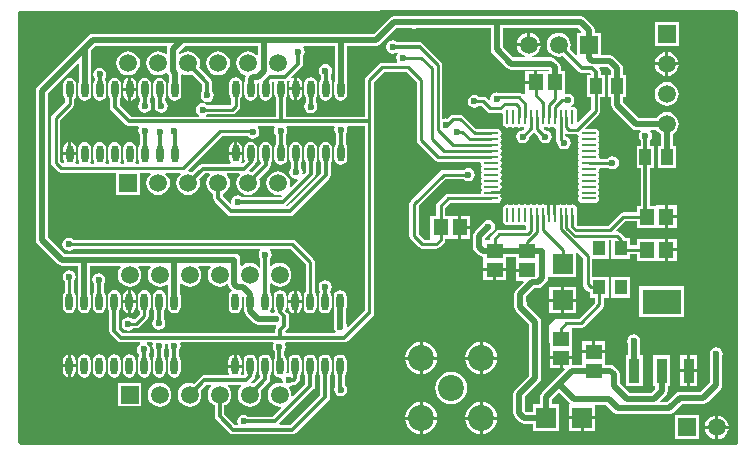
<source format=gbl>
%FSLAX44Y44*%
%MOMM*%
G71*
G01*
G75*
G04 Layer_Physical_Order=2*
G04 Layer_Color=16711680*
%ADD10R,1.2500X1.4000*%
%ADD11R,1.6000X2.1000*%
%ADD12R,1.3500X1.0000*%
%ADD13R,1.2000X1.2000*%
%ADD14R,1.2000X1.2000*%
%ADD15R,1.5000X2.0000*%
%ADD16C,0.2500*%
%ADD17C,0.5000*%
%ADD18C,0.3000*%
%ADD19C,1.0000*%
%ADD20C,1.5000*%
%ADD21C,0.2540*%
%ADD22R,1.5000X1.5000*%
%ADD23C,1.5000*%
%ADD24R,1.5000X1.5000*%
%ADD25C,2.2000*%
%ADD26C,0.6000*%
%ADD27C,0.7000*%
%ADD28R,1.8000X1.7000*%
%ADD29R,1.7000X1.8000*%
%ADD30R,1.4000X1.2500*%
%ADD31R,1.0000X1.3500*%
%ADD32R,1.1000X1.3000*%
%ADD33R,0.9000X2.1500*%
%ADD34R,3.2500X2.1500*%
%ADD35O,0.2500X1.2500*%
%ADD36O,1.2500X0.2500*%
%ADD37O,0.6000X1.4500*%
G36*
X607000Y365031D02*
Y0D01*
X607000Y0D01*
X607000Y-0D01*
X606798Y-487D01*
X-1177D01*
Y364597D01*
X50Y365824D01*
X606102Y365929D01*
X607000Y365031D01*
D02*
G37*
%LPC*%
G36*
X105610Y129358D02*
X103464Y128931D01*
X101645Y127715D01*
X100429Y125896D01*
X100002Y123750D01*
Y115250D01*
X100429Y113104D01*
X101645Y111285D01*
X101787Y111190D01*
Y108694D01*
X97416Y104323D01*
X96060D01*
X95965Y104465D01*
X94146Y105681D01*
X92000Y106108D01*
X89854Y105681D01*
X88035Y104465D01*
X86819Y102646D01*
X86392Y100500D01*
X86819Y98354D01*
X88035Y96535D01*
X89854Y95319D01*
X92000Y94892D01*
X94146Y95319D01*
X95965Y96535D01*
X96060Y96677D01*
X99000D01*
X100463Y96968D01*
X101704Y97796D01*
X108314Y104406D01*
X109142Y105647D01*
X109433Y107110D01*
Y111190D01*
X109575Y111285D01*
X110791Y113104D01*
X111218Y115250D01*
Y123750D01*
X110791Y125896D01*
X109575Y127715D01*
X107756Y128931D01*
X105610Y129358D01*
D02*
G37*
G36*
X118310D02*
X116164Y128931D01*
X114345Y127715D01*
X113129Y125896D01*
X112702Y123750D01*
Y115250D01*
X113129Y113104D01*
X113922Y111918D01*
Y104796D01*
X112819Y103146D01*
X112392Y101000D01*
X112819Y98854D01*
X114035Y97035D01*
X115854Y95819D01*
X118000Y95392D01*
X120146Y95819D01*
X121965Y97035D01*
X123181Y98854D01*
X123608Y101000D01*
X123181Y103146D01*
X122078Y104796D01*
Y111153D01*
X122275Y111285D01*
X123491Y113104D01*
X123918Y115250D01*
Y123750D01*
X123491Y125896D01*
X122275Y127715D01*
X120456Y128931D01*
X118310Y129358D01*
D02*
G37*
G36*
X562310Y132750D02*
X524810D01*
Y106250D01*
X562310D01*
Y132750D01*
D02*
G37*
G36*
X365560Y59866D02*
X362036Y59402D01*
X358752Y58042D01*
X355932Y55878D01*
X353768Y53058D01*
X352407Y49774D01*
X351944Y46250D01*
X352407Y42726D01*
X353768Y39442D01*
X355932Y36622D01*
X358752Y34458D01*
X362036Y33098D01*
X365560Y32634D01*
X369084Y33098D01*
X372368Y34458D01*
X375188Y36622D01*
X377352Y39442D01*
X378713Y42726D01*
X379176Y46250D01*
X378713Y49774D01*
X377352Y53058D01*
X375188Y55878D01*
X372368Y58042D01*
X369084Y59402D01*
X365560Y59866D01*
D02*
G37*
G36*
X271470Y74608D02*
X269324Y74181D01*
X267505Y72965D01*
X266289Y71146D01*
X265862Y69000D01*
Y60500D01*
X266289Y58354D01*
X267392Y56704D01*
Y48003D01*
X266819Y47146D01*
X266392Y45000D01*
X266819Y42854D01*
X268035Y41035D01*
X269854Y39819D01*
X272000Y39392D01*
X274146Y39819D01*
X275965Y41035D01*
X277181Y42854D01*
X277608Y45000D01*
X277181Y47146D01*
X275965Y48965D01*
X275548Y49244D01*
Y56704D01*
X276651Y58354D01*
X277078Y60500D01*
Y69000D01*
X276651Y71146D01*
X275435Y72965D01*
X273616Y74181D01*
X271470Y74608D01*
D02*
G37*
G36*
X389690Y85140D02*
X387425Y84841D01*
X384132Y83477D01*
X381303Y81307D01*
X379133Y78478D01*
X377769Y75185D01*
X377470Y72920D01*
X389690D01*
Y85140D01*
D02*
G37*
G36*
X341430D02*
Y72920D01*
X353650D01*
X353352Y75185D01*
X351987Y78478D01*
X349817Y81307D01*
X346988Y83477D01*
X343695Y84841D01*
X341430Y85140D01*
D02*
G37*
G36*
X392230D02*
Y72920D01*
X404450D01*
X404151Y75185D01*
X402787Y78478D01*
X400617Y81307D01*
X397788Y83477D01*
X394495Y84841D01*
X392230Y85140D01*
D02*
G37*
G36*
X495540Y85790D02*
X487270D01*
Y78270D01*
X495540D01*
Y85790D01*
D02*
G37*
G36*
X484730D02*
X476460D01*
Y78270D01*
X484730D01*
Y85790D01*
D02*
G37*
G36*
X98559Y118230D02*
X94180D01*
Y109854D01*
X95072Y110031D01*
X96904Y111256D01*
X98129Y113088D01*
X98559Y115250D01*
Y118230D01*
D02*
G37*
G36*
X91640D02*
X87261D01*
Y115250D01*
X87691Y113088D01*
X88916Y111256D01*
X90748Y110031D01*
X91640Y109854D01*
Y118230D01*
D02*
G37*
G36*
X118570Y50706D02*
X115960Y50363D01*
X113527Y49355D01*
X111438Y47752D01*
X109835Y45663D01*
X108827Y43231D01*
X108484Y40620D01*
X108827Y38010D01*
X109835Y35577D01*
X111438Y33488D01*
X113527Y31885D01*
X115960Y30877D01*
X118570Y30534D01*
X121180Y30877D01*
X123613Y31885D01*
X125702Y33488D01*
X127305Y35577D01*
X128313Y38010D01*
X128656Y40620D01*
X128313Y43231D01*
X127305Y45663D01*
X125702Y47752D01*
X123613Y49355D01*
X121180Y50363D01*
X118570Y50706D01*
D02*
G37*
G36*
X91640Y129146D02*
X90748Y128969D01*
X88916Y127744D01*
X87691Y125912D01*
X87261Y123750D01*
Y120770D01*
X91640D01*
Y129146D01*
D02*
G37*
G36*
X392230Y34340D02*
Y22120D01*
X404450D01*
X404151Y24385D01*
X402787Y27678D01*
X400617Y30507D01*
X397788Y32677D01*
X394495Y34042D01*
X392230Y34340D01*
D02*
G37*
G36*
X42110Y145998D02*
X39964Y145571D01*
X38145Y144355D01*
X36929Y142536D01*
X36502Y140390D01*
X36929Y138244D01*
X38145Y136425D01*
X38287Y136330D01*
Y127810D01*
X38145Y127715D01*
X36929Y125896D01*
X36502Y123750D01*
Y115250D01*
X36929Y113104D01*
X38145Y111285D01*
X39964Y110069D01*
X42110Y109642D01*
X44256Y110069D01*
X46075Y111285D01*
X47291Y113104D01*
X47718Y115250D01*
Y123750D01*
X47291Y125896D01*
X46075Y127715D01*
X45933Y127810D01*
Y136330D01*
X46075Y136425D01*
X47291Y138244D01*
X47718Y140390D01*
X47291Y142536D01*
X46075Y144355D01*
X44256Y145571D01*
X42110Y145998D01*
D02*
G37*
G36*
X103170Y50620D02*
X83170D01*
Y30620D01*
X103170D01*
Y50620D01*
D02*
G37*
G36*
X67000Y143608D02*
X64854Y143181D01*
X63035Y141965D01*
X61819Y140146D01*
X61392Y138000D01*
X61819Y135854D01*
X63035Y134035D01*
X63432Y133770D01*
Y127546D01*
X62329Y125896D01*
X61902Y123750D01*
Y115250D01*
X62329Y113104D01*
X63545Y111285D01*
X65364Y110069D01*
X67510Y109642D01*
X69656Y110069D01*
X71475Y111285D01*
X72691Y113104D01*
X73118Y115250D01*
Y123750D01*
X72691Y125896D01*
X71588Y127546D01*
Y134967D01*
X72181Y135854D01*
X72608Y138000D01*
X72181Y140146D01*
X70965Y141965D01*
X69146Y143181D01*
X67000Y143608D01*
D02*
G37*
G36*
X471540Y119480D02*
X461270D01*
Y109710D01*
X471540D01*
Y119480D01*
D02*
G37*
G36*
X458730D02*
X448460D01*
Y109710D01*
X458730D01*
Y119480D01*
D02*
G37*
G36*
X338890Y85140D02*
X336625Y84841D01*
X333332Y83477D01*
X330503Y81307D01*
X328333Y78478D01*
X326968Y75185D01*
X326670Y72920D01*
X338890D01*
Y85140D01*
D02*
G37*
G36*
X92910Y74858D02*
X90764Y74431D01*
X88945Y73215D01*
X87729Y71396D01*
X87302Y69250D01*
Y60750D01*
X87729Y58604D01*
X88945Y56785D01*
X90764Y55569D01*
X92910Y55142D01*
X95056Y55569D01*
X96875Y56785D01*
X98091Y58604D01*
X98518Y60750D01*
Y69250D01*
X98091Y71396D01*
X96875Y73215D01*
X95056Y74431D01*
X92910Y74858D01*
D02*
G37*
G36*
X80210D02*
X78064Y74431D01*
X76245Y73215D01*
X75029Y71396D01*
X74602Y69250D01*
Y60750D01*
X75029Y58604D01*
X76245Y56785D01*
X78064Y55569D01*
X80210Y55142D01*
X82356Y55569D01*
X84175Y56785D01*
X85391Y58604D01*
X85818Y60750D01*
Y69250D01*
X85391Y71396D01*
X84175Y73215D01*
X82356Y74431D01*
X80210Y74858D01*
D02*
G37*
G36*
X40840Y63730D02*
X36462D01*
Y60750D01*
X36891Y58588D01*
X38116Y56756D01*
X39948Y55531D01*
X40840Y55354D01*
Y63730D01*
D02*
G37*
G36*
X338890Y70380D02*
X326670D01*
X326968Y68115D01*
X328333Y64822D01*
X330503Y61993D01*
X333332Y59823D01*
X336625Y58458D01*
X338890Y58160D01*
Y70380D01*
D02*
G37*
G36*
X47758Y63730D02*
X43380D01*
Y55354D01*
X44272Y55531D01*
X46104Y56756D01*
X47329Y58588D01*
X47758Y60750D01*
Y63730D01*
D02*
G37*
G36*
X573600Y59730D02*
X567830D01*
Y47710D01*
X573600D01*
Y59730D01*
D02*
G37*
G36*
X565290D02*
X559520D01*
Y47710D01*
X565290D01*
Y59730D01*
D02*
G37*
G36*
X520000Y91608D02*
X517854Y91181D01*
X516035Y89965D01*
X514819Y88146D01*
X514392Y86000D01*
X514819Y83854D01*
X514902Y83730D01*
Y74250D01*
X513560D01*
Y47750D01*
X527560D01*
Y74250D01*
X525098D01*
Y83730D01*
X525181Y83854D01*
X525608Y86000D01*
X525181Y88146D01*
X523965Y89965D01*
X522146Y91181D01*
X520000Y91608D01*
D02*
G37*
G36*
X67510Y74858D02*
X65364Y74431D01*
X63545Y73215D01*
X62329Y71396D01*
X61902Y69250D01*
Y60750D01*
X62329Y58604D01*
X63545Y56785D01*
X65364Y55569D01*
X67510Y55142D01*
X69656Y55569D01*
X71475Y56785D01*
X72691Y58604D01*
X73118Y60750D01*
Y69250D01*
X72691Y71396D01*
X71475Y73215D01*
X69656Y74431D01*
X67510Y74858D01*
D02*
G37*
G36*
X54810D02*
X52664Y74431D01*
X50845Y73215D01*
X49629Y71396D01*
X49202Y69250D01*
Y60750D01*
X49629Y58604D01*
X50845Y56785D01*
X52664Y55569D01*
X54810Y55142D01*
X56956Y55569D01*
X58775Y56785D01*
X59991Y58604D01*
X60418Y60750D01*
Y69250D01*
X59991Y71396D01*
X58775Y73215D01*
X56956Y74431D01*
X54810Y74858D01*
D02*
G37*
G36*
X181300Y74396D02*
X180408Y74219D01*
X178576Y72994D01*
X177351Y71162D01*
X176921Y69000D01*
Y66020D01*
X181300D01*
Y74396D01*
D02*
G37*
G36*
X457230Y70730D02*
X448960D01*
Y63210D01*
X457230D01*
Y70730D01*
D02*
G37*
G36*
X183840Y74396D02*
Y66020D01*
X188218D01*
Y69000D01*
X187789Y71162D01*
X186564Y72994D01*
X184732Y74219D01*
X183840Y74396D01*
D02*
G37*
G36*
X43380Y74646D02*
Y66270D01*
X47758D01*
Y69250D01*
X47329Y71412D01*
X46104Y73244D01*
X44272Y74469D01*
X43380Y74646D01*
D02*
G37*
G36*
X40840D02*
X39948Y74469D01*
X38116Y73244D01*
X36891Y71412D01*
X36462Y69250D01*
Y66270D01*
X40840D01*
Y74646D01*
D02*
G37*
G36*
X389690Y70380D02*
X377470D01*
X377769Y68115D01*
X379133Y64822D01*
X381303Y61993D01*
X384132Y59823D01*
X387425Y58458D01*
X389690Y58160D01*
Y70380D01*
D02*
G37*
G36*
X353650D02*
X341430D01*
Y58160D01*
X343695Y58458D01*
X346988Y59823D01*
X349817Y61993D01*
X351987Y64822D01*
X353352Y68115D01*
X353650Y70380D01*
D02*
G37*
G36*
X404450D02*
X392230D01*
Y58160D01*
X394495Y58458D01*
X397788Y59823D01*
X400617Y61993D01*
X402787Y64822D01*
X404151Y68115D01*
X404450Y70380D01*
D02*
G37*
G36*
X573600Y74290D02*
X567830D01*
Y62270D01*
X573600D01*
Y74290D01*
D02*
G37*
G36*
X565290D02*
X559520D01*
Y62270D01*
X565290D01*
Y74290D01*
D02*
G37*
G36*
X239559Y298230D02*
X235180D01*
Y289854D01*
X236072Y290031D01*
X237904Y291256D01*
X239129Y293088D01*
X239559Y295250D01*
Y298230D01*
D02*
G37*
G36*
X232640D02*
X228262D01*
Y295250D01*
X228691Y293088D01*
X229916Y291256D01*
X231748Y290031D01*
X232640Y289854D01*
Y298230D01*
D02*
G37*
G36*
X338890Y19580D02*
X326670D01*
X326968Y17315D01*
X328333Y14022D01*
X330503Y11193D01*
X333332Y9023D01*
X336625Y7659D01*
X338890Y7360D01*
Y19580D01*
D02*
G37*
G36*
X353650D02*
X341430D01*
Y7360D01*
X343695Y7659D01*
X346988Y9023D01*
X349817Y11193D01*
X351987Y14022D01*
X353352Y17315D01*
X353650Y19580D01*
D02*
G37*
G36*
X259000Y320608D02*
X256854Y320181D01*
X255035Y318965D01*
X253819Y317146D01*
X253392Y315000D01*
X253819Y312854D01*
X255035Y311035D01*
X255232Y310903D01*
Y307546D01*
X254129Y305896D01*
X253702Y303750D01*
Y295250D01*
X254129Y293104D01*
X255345Y291285D01*
X257164Y290069D01*
X259310Y289642D01*
X261456Y290069D01*
X263275Y291285D01*
X264491Y293104D01*
X264918Y295250D01*
Y303750D01*
X264491Y305896D01*
X263388Y307546D01*
Y311668D01*
X264181Y312854D01*
X264608Y315000D01*
X264181Y317146D01*
X262965Y318965D01*
X261146Y320181D01*
X259000Y320608D01*
D02*
G37*
G36*
X474980Y19730D02*
X465210D01*
Y9460D01*
X474980D01*
Y19730D01*
D02*
G37*
G36*
X548000Y305286D02*
X545390Y304943D01*
X542957Y303935D01*
X540868Y302332D01*
X539265Y300243D01*
X538257Y297810D01*
X537914Y295200D01*
X538257Y292589D01*
X539265Y290157D01*
X540868Y288068D01*
X542957Y286465D01*
X545390Y285457D01*
X548000Y285114D01*
X550611Y285457D01*
X553043Y286465D01*
X555132Y288068D01*
X556735Y290157D01*
X557743Y292589D01*
X558086Y295200D01*
X557743Y297810D01*
X556735Y300243D01*
X555132Y302332D01*
X553043Y303935D01*
X550611Y304943D01*
X548000Y305286D01*
D02*
G37*
G36*
X389690Y19580D02*
X377470D01*
X377769Y17315D01*
X379133Y14022D01*
X381303Y11193D01*
X384132Y9023D01*
X387425Y7659D01*
X389690Y7360D01*
Y19580D01*
D02*
G37*
G36*
X404450D02*
X392230D01*
Y7360D01*
X394495Y7659D01*
X397788Y9023D01*
X400617Y11193D01*
X402787Y14022D01*
X404151Y17315D01*
X404450Y19580D01*
D02*
G37*
G36*
X235180Y309146D02*
Y300770D01*
X239559D01*
Y303750D01*
X239129Y305912D01*
X237904Y307744D01*
X236072Y308969D01*
X235180Y309146D01*
D02*
G37*
G36*
X549270Y330559D02*
Y321870D01*
X557959D01*
X557782Y323221D01*
X556770Y325663D01*
X555161Y327761D01*
X553063Y329370D01*
X550621Y330382D01*
X549270Y330559D01*
D02*
G37*
G36*
X546730D02*
X545379Y330382D01*
X542937Y329370D01*
X540839Y327761D01*
X539230Y325663D01*
X538218Y323221D01*
X538041Y321870D01*
X546730D01*
Y330559D01*
D02*
G37*
G36*
X575000Y23000D02*
X555000D01*
Y3000D01*
X575000D01*
Y23000D01*
D02*
G37*
G36*
X558000Y356000D02*
X538000D01*
Y336000D01*
X558000D01*
Y356000D01*
D02*
G37*
G36*
X589130Y11730D02*
X580441D01*
X580618Y10379D01*
X581630Y7937D01*
X583239Y5839D01*
X585337Y4230D01*
X587779Y3218D01*
X589130Y3041D01*
Y11730D01*
D02*
G37*
G36*
X546730Y319330D02*
X538041D01*
X538218Y317979D01*
X539230Y315537D01*
X540839Y313439D01*
X542937Y311830D01*
X545379Y310818D01*
X546730Y310641D01*
Y319330D01*
D02*
G37*
G36*
X435730Y314540D02*
X428210D01*
Y306270D01*
X435730D01*
Y314540D01*
D02*
G37*
G36*
X600359Y11730D02*
X591670D01*
Y3041D01*
X593021Y3218D01*
X595463Y4230D01*
X597561Y5839D01*
X599170Y7937D01*
X600182Y10379D01*
X600359Y11730D01*
D02*
G37*
G36*
X557959Y319330D02*
X549270D01*
Y310641D01*
X550621Y310818D01*
X553063Y311830D01*
X555161Y313439D01*
X556770Y315537D01*
X557782Y317979D01*
X557959Y319330D01*
D02*
G37*
G36*
X487290Y19730D02*
X477520D01*
Y9460D01*
X487290D01*
Y19730D01*
D02*
G37*
G36*
X556350Y161980D02*
X548830D01*
Y153710D01*
X556350D01*
Y161980D01*
D02*
G37*
G36*
X411790Y145170D02*
X403520D01*
Y137650D01*
X411790D01*
Y145170D01*
D02*
G37*
G36*
X381350Y180980D02*
X373830D01*
Y172710D01*
X381350D01*
Y180980D01*
D02*
G37*
G36*
X556350Y172790D02*
X548830D01*
Y164520D01*
X556350D01*
Y172790D01*
D02*
G37*
G36*
X400980Y145170D02*
X392710D01*
Y137650D01*
X400980D01*
Y145170D01*
D02*
G37*
G36*
X458730Y131790D02*
X448460D01*
Y122020D01*
X458730D01*
Y131790D01*
D02*
G37*
G36*
X94180Y129146D02*
Y120770D01*
X98559D01*
Y123750D01*
X98129Y125912D01*
X96904Y127744D01*
X95072Y128969D01*
X94180Y129146D01*
D02*
G37*
G36*
X517000Y140500D02*
X501000D01*
Y122500D01*
X517000D01*
Y140500D01*
D02*
G37*
G36*
X471540Y131790D02*
X461270D01*
Y122020D01*
X471540D01*
Y131790D01*
D02*
G37*
G36*
X556350Y189980D02*
X548830D01*
Y181710D01*
X556350D01*
Y189980D01*
D02*
G37*
G36*
X591670Y22959D02*
Y14270D01*
X600359D01*
X600182Y15621D01*
X599170Y18063D01*
X597561Y20161D01*
X595463Y21770D01*
X593021Y22782D01*
X591670Y22959D01*
D02*
G37*
G36*
X338890Y34340D02*
X336625Y34042D01*
X333332Y32677D01*
X330503Y30507D01*
X328333Y27678D01*
X326968Y24385D01*
X326670Y22120D01*
X338890D01*
Y34340D01*
D02*
G37*
G36*
X589130Y22959D02*
X587779Y22782D01*
X585337Y21770D01*
X583239Y20161D01*
X581630Y18063D01*
X580618Y15621D01*
X580441Y14270D01*
X589130D01*
Y22959D01*
D02*
G37*
G36*
X246610Y309358D02*
X244464Y308931D01*
X242645Y307715D01*
X241429Y305896D01*
X241002Y303750D01*
Y295250D01*
X241429Y293104D01*
X242532Y291454D01*
Y288186D01*
X241429Y286536D01*
X241002Y284390D01*
X241429Y282244D01*
X242645Y280425D01*
X244464Y279209D01*
X246610Y278782D01*
X248756Y279209D01*
X250575Y280425D01*
X251791Y282244D01*
X252218Y284390D01*
X251791Y286536D01*
X250688Y288186D01*
Y291454D01*
X251791Y293104D01*
X252218Y295250D01*
Y303750D01*
X251791Y305896D01*
X250575Y307715D01*
X248756Y308931D01*
X246610Y309358D01*
D02*
G37*
G36*
X341430Y34340D02*
Y22120D01*
X353650D01*
X353352Y24385D01*
X351987Y27678D01*
X349817Y30507D01*
X346988Y32677D01*
X343695Y34042D01*
X341430Y34340D01*
D02*
G37*
G36*
X381350Y191790D02*
X373830D01*
Y183520D01*
X381350D01*
Y191790D01*
D02*
G37*
G36*
X556350Y200790D02*
X548830D01*
Y192520D01*
X556350D01*
Y200790D01*
D02*
G37*
G36*
X389690Y34340D02*
X387425Y34042D01*
X384132Y32677D01*
X381303Y30507D01*
X379133Y27678D01*
X377769Y24385D01*
X377470Y22120D01*
X389690D01*
Y34340D01*
D02*
G37*
G36*
X334000Y361608D02*
X331854Y361181D01*
X331730Y361098D01*
X317000D01*
X315373Y360774D01*
X315049Y360710D01*
X313395Y359605D01*
X299888Y346098D01*
X62000D01*
X60373Y345774D01*
X60049Y345710D01*
X58395Y344605D01*
X51645Y337855D01*
X51645Y337855D01*
X15395Y301605D01*
X14290Y299951D01*
X13902Y298000D01*
Y172000D01*
X13902Y172000D01*
X13902D01*
X14290Y170049D01*
X15395Y168395D01*
X32395Y151395D01*
X34049Y150290D01*
X36000Y149902D01*
X49712D01*
Y126020D01*
X49629Y125896D01*
X49202Y123750D01*
Y115250D01*
X49629Y113104D01*
X50845Y111285D01*
X52664Y110069D01*
X54810Y109642D01*
X56956Y110069D01*
X58775Y111285D01*
X59991Y113104D01*
X60418Y115250D01*
Y123750D01*
X59991Y125896D01*
X59908Y126020D01*
Y149902D01*
X85101D01*
X85663Y148763D01*
X84435Y147163D01*
X83427Y144731D01*
X83084Y142120D01*
X83427Y139509D01*
X84435Y137077D01*
X86038Y134988D01*
X88127Y133385D01*
X90560Y132377D01*
X93170Y132034D01*
X95780Y132377D01*
X98213Y133385D01*
X100302Y134988D01*
X101905Y137077D01*
X102913Y139509D01*
X103256Y142120D01*
X102913Y144731D01*
X101905Y147163D01*
X100677Y148763D01*
X101239Y149902D01*
X110501D01*
X111063Y148763D01*
X109835Y147163D01*
X108827Y144731D01*
X108484Y142120D01*
X108827Y139509D01*
X109835Y137077D01*
X111438Y134988D01*
X113527Y133385D01*
X115960Y132377D01*
X118570Y132034D01*
X121180Y132377D01*
X123613Y133385D01*
X124773Y134275D01*
X125912Y133713D01*
Y126020D01*
X125829Y125896D01*
X125402Y123750D01*
Y115250D01*
X125829Y113104D01*
X127045Y111285D01*
X128864Y110069D01*
X131010Y109642D01*
X133156Y110069D01*
X134975Y111285D01*
X136191Y113104D01*
X136618Y115250D01*
Y123750D01*
X136191Y125896D01*
X136108Y126020D01*
Y134112D01*
X137247Y134674D01*
X138927Y133385D01*
X141360Y132377D01*
X143970Y132034D01*
X146580Y132377D01*
X149013Y133385D01*
X151102Y134988D01*
X152705Y137077D01*
X153713Y139509D01*
X154056Y142120D01*
X153713Y144731D01*
X152705Y147163D01*
X151477Y148763D01*
X152039Y149902D01*
X161301D01*
X161863Y148763D01*
X160635Y147163D01*
X159627Y144731D01*
X159284Y142120D01*
X159627Y139509D01*
X160635Y137077D01*
X162238Y134988D01*
X164327Y133385D01*
X166759Y132377D01*
X169370Y132034D01*
X171980Y132377D01*
X174413Y133385D01*
X175215Y134000D01*
X176764Y134000D01*
X176913Y133944D01*
X177290Y132049D01*
X178395Y130395D01*
X179528Y129263D01*
X179403Y127999D01*
X178605Y127465D01*
X177389Y125646D01*
X176962Y123500D01*
Y115000D01*
X177389Y112854D01*
X178605Y111035D01*
X180424Y109819D01*
X182570Y109392D01*
X184716Y109819D01*
X186535Y111035D01*
X187751Y112854D01*
X188178Y115000D01*
Y123500D01*
X188080Y123992D01*
X188650Y124297D01*
X189670Y123540D01*
X189662Y123500D01*
Y115000D01*
X190089Y112854D01*
X190172Y112730D01*
Y111730D01*
X190560Y109779D01*
X191665Y108125D01*
X198395Y101395D01*
X200049Y100290D01*
X200373Y100226D01*
X202000Y99902D01*
X214730D01*
X214854Y99819D01*
X217000Y99392D01*
X217309Y97839D01*
X216902Y97231D01*
X216850Y96972D01*
X216591Y95670D01*
X216592Y95670D01*
Y93078D01*
X87689D01*
X84288Y96479D01*
Y111454D01*
X85391Y113104D01*
X85818Y115250D01*
Y123750D01*
X85391Y125896D01*
X84175Y127715D01*
X82356Y128931D01*
X80210Y129358D01*
X78064Y128931D01*
X76245Y127715D01*
X75029Y125896D01*
X74602Y123750D01*
Y115250D01*
X75029Y113104D01*
X76132Y111454D01*
Y94790D01*
X76132Y94790D01*
X76391Y93488D01*
X76442Y93229D01*
X77326Y91906D01*
X77326Y91906D01*
X77326Y91906D01*
D01*
X77326D01*
Y91906D01*
D01*
X83116Y86116D01*
X83116Y86116D01*
X84439Y85232D01*
X84439Y85232D01*
X84439Y85232D01*
D01*
X84439Y85232D01*
X84439Y85232D01*
X86000Y84922D01*
X101775D01*
X102144Y83706D01*
X101035Y82965D01*
X99819Y81146D01*
X99392Y79000D01*
X99819Y76854D01*
X101035Y75035D01*
X101532Y74703D01*
Y73046D01*
X100429Y71396D01*
X100002Y69250D01*
Y60750D01*
X100429Y58604D01*
X101645Y56785D01*
X103464Y55569D01*
X105610Y55142D01*
X107756Y55569D01*
X109575Y56785D01*
X110791Y58604D01*
X111218Y60750D01*
Y69250D01*
X110791Y71396D01*
X109688Y73046D01*
Y76117D01*
X110181Y76854D01*
X110608Y79000D01*
X110181Y81146D01*
X108965Y82965D01*
X107856Y83706D01*
X108225Y84922D01*
X111972D01*
X112778Y83940D01*
X112392Y82000D01*
X112819Y79854D01*
X114035Y78035D01*
X114232Y77903D01*
Y73046D01*
X113129Y71396D01*
X112702Y69250D01*
Y60750D01*
X113129Y58604D01*
X114345Y56785D01*
X116164Y55569D01*
X118310Y55142D01*
X120456Y55569D01*
X122275Y56785D01*
X123491Y58604D01*
X123918Y60750D01*
Y69250D01*
X123491Y71396D01*
X122388Y73046D01*
Y78668D01*
X123181Y79854D01*
X123608Y82000D01*
X123222Y83940D01*
X123865Y84724D01*
X125135D01*
X125778Y83940D01*
X125392Y82000D01*
X125819Y79854D01*
X126932Y78189D01*
Y73046D01*
X125829Y71396D01*
X125402Y69250D01*
Y60750D01*
X125829Y58604D01*
X127045Y56785D01*
X128864Y55569D01*
X131010Y55142D01*
X133156Y55569D01*
X134975Y56785D01*
X136191Y58604D01*
X136618Y60750D01*
Y69250D01*
X136191Y71396D01*
X135088Y73046D01*
Y78219D01*
X136181Y79854D01*
X136608Y82000D01*
X136222Y83940D01*
X137028Y84922D01*
X214659D01*
X215257Y83802D01*
X214819Y83146D01*
X214392Y81000D01*
X214819Y78854D01*
X215922Y77204D01*
Y71793D01*
X215489Y71146D01*
X215062Y69000D01*
Y60500D01*
X215489Y58354D01*
X216705Y56535D01*
X218524Y55319D01*
X220670Y54892D01*
X221734Y55104D01*
X222632Y54206D01*
X222392Y53000D01*
X222708Y51413D01*
X221840Y50486D01*
X220170Y50706D01*
X217560Y50363D01*
X215127Y49355D01*
X213038Y47752D01*
X211435Y45663D01*
X210427Y43231D01*
X210084Y40620D01*
X210427Y38010D01*
X211435Y35577D01*
X213038Y33488D01*
X215127Y31885D01*
X217560Y30877D01*
X220170Y30534D01*
X221201Y30670D01*
X221763Y29530D01*
X214311Y22078D01*
X193796D01*
X192146Y23181D01*
X190000Y23608D01*
X187854Y23181D01*
X186035Y21965D01*
X184819Y20146D01*
X184392Y18000D01*
X184778Y16060D01*
X183972Y15078D01*
X182689D01*
X173448Y24319D01*
Y31485D01*
X174413Y31885D01*
X176502Y33488D01*
X178105Y35577D01*
X179113Y38010D01*
X179456Y40620D01*
X179113Y43231D01*
X178105Y45663D01*
X176502Y47752D01*
X176899Y48922D01*
X187241D01*
X187638Y47752D01*
X186035Y45663D01*
X185027Y43231D01*
X184684Y40620D01*
X185027Y38010D01*
X186035Y35577D01*
X187638Y33488D01*
X189727Y31885D01*
X192160Y30877D01*
X194770Y30534D01*
X197381Y30877D01*
X199813Y31885D01*
X201902Y33488D01*
X203505Y35577D01*
X204513Y38010D01*
X204856Y40620D01*
X204513Y43231D01*
X204113Y44195D01*
X210854Y50936D01*
X210854Y50936D01*
X211738Y52259D01*
X212048Y53820D01*
Y56704D01*
X213151Y58354D01*
X213578Y60500D01*
Y69000D01*
X213151Y71146D01*
X211935Y72965D01*
X210116Y74181D01*
X207970Y74608D01*
X205824Y74181D01*
X204005Y72965D01*
X202789Y71146D01*
X202362Y69000D01*
Y60500D01*
X202789Y58354D01*
X203892Y56704D01*
Y55509D01*
X198345Y49963D01*
X197381Y50363D01*
X196815Y50437D01*
X196407Y51640D01*
X198154Y53386D01*
X198154Y53386D01*
X199038Y54709D01*
X199089Y54968D01*
X199348Y56270D01*
X199348Y56270D01*
Y56704D01*
X200451Y58354D01*
X200878Y60500D01*
Y69000D01*
X200451Y71146D01*
X199235Y72965D01*
X197416Y74181D01*
X195270Y74608D01*
X193124Y74181D01*
X191305Y72965D01*
X190089Y71146D01*
X189662Y69000D01*
Y60500D01*
X190089Y58354D01*
X190193Y58198D01*
X189594Y57078D01*
X188294D01*
X187695Y58198D01*
X187789Y58338D01*
X188218Y60500D01*
Y63480D01*
X176921D01*
Y60500D01*
X177351Y58338D01*
X177445Y58198D01*
X176846Y57078D01*
X156350D01*
X154789Y56768D01*
X153466Y55884D01*
X147545Y49963D01*
X146580Y50363D01*
X143970Y50706D01*
X141360Y50363D01*
X138927Y49355D01*
X136838Y47752D01*
X135235Y45663D01*
X134227Y43231D01*
X133884Y40620D01*
X134227Y38010D01*
X135235Y35577D01*
X136838Y33488D01*
X138927Y31885D01*
X141360Y30877D01*
X143970Y30534D01*
X146580Y30877D01*
X149013Y31885D01*
X151102Y33488D01*
X152705Y35577D01*
X153713Y38010D01*
X154056Y40620D01*
X153713Y43231D01*
X153313Y44195D01*
X158039Y48922D01*
X161841D01*
X162238Y47752D01*
X160635Y45663D01*
X159627Y43231D01*
X159284Y40620D01*
X159627Y38010D01*
X160635Y35577D01*
X162238Y33488D01*
X164327Y31885D01*
X165292Y31485D01*
Y22630D01*
X165292Y22630D01*
X165551Y21328D01*
X165602Y21069D01*
X166486Y19746D01*
X166486Y19746D01*
X166486Y19746D01*
D01*
X166486D01*
Y19746D01*
D01*
X178116Y8116D01*
X178116Y8116D01*
X179439Y7232D01*
X179698Y7181D01*
X181000Y6922D01*
X181000Y6922D01*
X231000D01*
X231000Y6922D01*
X232302Y7181D01*
X232561Y7232D01*
X233884Y8116D01*
X261654Y35886D01*
X261654Y35886D01*
X261654Y35886D01*
X262538Y37209D01*
X262589Y37468D01*
X262848Y38770D01*
X262848Y38770D01*
Y56704D01*
X263951Y58354D01*
X264378Y60500D01*
Y69000D01*
X263951Y71146D01*
X262735Y72965D01*
X260916Y74181D01*
X258770Y74608D01*
X256624Y74181D01*
X254805Y72965D01*
X253589Y71146D01*
X253162Y69000D01*
Y60500D01*
X253589Y58354D01*
X254692Y56704D01*
Y40459D01*
X229311Y15078D01*
X220505D01*
X220019Y16252D01*
X248954Y45186D01*
X248954Y45186D01*
X249838Y46509D01*
X249889Y46768D01*
X250148Y48070D01*
X250148Y48070D01*
Y56704D01*
X251251Y58354D01*
X251678Y60500D01*
Y69000D01*
X251251Y71146D01*
X250035Y72965D01*
X248216Y74181D01*
X246070Y74608D01*
X243924Y74181D01*
X242105Y72965D01*
X240889Y71146D01*
X240462Y69000D01*
Y60500D01*
X240889Y58354D01*
X241992Y56704D01*
Y49759D01*
X231260Y39027D01*
X230121Y39589D01*
X230256Y40620D01*
X229913Y43231D01*
X228905Y45663D01*
X228366Y46365D01*
X228813Y47554D01*
X230146Y47819D01*
X231796Y48922D01*
X232000D01*
X232000Y48922D01*
X233302Y49181D01*
X233561Y49232D01*
X234884Y50116D01*
X234884Y50116D01*
X234884Y50116D01*
X236254Y51486D01*
X236254Y51486D01*
X237138Y52809D01*
X237448Y54370D01*
Y56704D01*
X238551Y58354D01*
X238978Y60500D01*
Y69000D01*
X238551Y71146D01*
X237335Y72965D01*
X235516Y74181D01*
X233370Y74608D01*
X231224Y74181D01*
X229405Y72965D01*
X228189Y71146D01*
X227762Y69000D01*
Y60500D01*
X227958Y59515D01*
X227656Y59064D01*
X226393Y58939D01*
X226038Y59294D01*
X226278Y60500D01*
Y69000D01*
X225851Y71146D01*
X224635Y72965D01*
X224078Y73337D01*
Y77204D01*
X225181Y78854D01*
X225608Y81000D01*
X225181Y83146D01*
X224743Y83802D01*
X225341Y84922D01*
X275000D01*
X275000Y84922D01*
X276302Y85181D01*
X276561Y85232D01*
X277884Y86116D01*
X298884Y107116D01*
X299768Y108439D01*
X300078Y110000D01*
X299823Y111282D01*
Y270718D01*
X300078Y272000D01*
X299823Y273282D01*
Y305416D01*
X308584Y314177D01*
X327416D01*
X336177Y305416D01*
Y256000D01*
X336176Y256000D01*
X336177D01*
X336468Y254537D01*
X337296Y253296D01*
X351546Y239046D01*
X352787Y238218D01*
X354250Y237927D01*
X389720D01*
X390525Y236945D01*
X390486Y236750D01*
X390778Y235287D01*
X391470Y234250D01*
X390778Y233213D01*
X390486Y231750D01*
X390778Y230287D01*
X391470Y229250D01*
X390778Y228213D01*
X390486Y226750D01*
X390778Y225287D01*
X391470Y224250D01*
X390778Y223213D01*
X390486Y221750D01*
X390778Y220287D01*
X391470Y219250D01*
X390778Y218213D01*
X390486Y216750D01*
X390778Y215287D01*
X391446Y214286D01*
X390740Y213229D01*
X390446Y211750D01*
X390485Y211555D01*
X389679Y210573D01*
X362750D01*
X361287Y210282D01*
X360046Y209454D01*
X353856Y203263D01*
X353028Y202023D01*
X352737Y200560D01*
Y191750D01*
X347810D01*
Y172750D01*
X347810D01*
Y172722D01*
X346912Y171823D01*
X342584D01*
X337823Y176584D01*
Y200416D01*
X360584Y223177D01*
X375940D01*
X376035Y223035D01*
X377854Y221819D01*
X380000Y221392D01*
X382146Y221819D01*
X383965Y223035D01*
X385181Y224854D01*
X385608Y227000D01*
X385181Y229146D01*
X383965Y230965D01*
X382146Y232181D01*
X380000Y232608D01*
X377854Y232181D01*
X376035Y230965D01*
X375940Y230823D01*
X359000D01*
X357537Y230532D01*
X356296Y229704D01*
X331296Y204704D01*
X330468Y203463D01*
X330177Y202000D01*
Y175000D01*
X330177Y175000D01*
X330177D01*
X330468Y173537D01*
X331296Y172296D01*
X338296Y165296D01*
X339537Y164468D01*
X341000Y164177D01*
X353000D01*
X354463Y164468D01*
X355704Y165296D01*
X355704Y165296D01*
X355704Y165296D01*
X359263Y168856D01*
X360092Y170097D01*
X360383Y171560D01*
X360383Y171560D01*
X360383Y171560D01*
Y171560D01*
Y172750D01*
X363770D01*
Y172710D01*
X371290D01*
Y182250D01*
Y191790D01*
X363770D01*
Y191750D01*
X360383D01*
Y198976D01*
X364334Y202927D01*
X404310D01*
X405773Y203218D01*
X407014Y204046D01*
X407842Y205287D01*
X408133Y206750D01*
X407842Y208213D01*
X407174Y209214D01*
X407880Y210271D01*
X407922Y210480D01*
X404782D01*
X404310Y210574D01*
X399310D01*
Y212926D01*
X404310D01*
X404782Y213020D01*
X407922D01*
X407880Y213229D01*
X407174Y214286D01*
X407842Y215287D01*
X408133Y216750D01*
X407842Y218213D01*
X407150Y219250D01*
X407842Y220287D01*
X408133Y221750D01*
X407842Y223213D01*
X407150Y224250D01*
X407842Y225287D01*
X408133Y226750D01*
X407842Y228213D01*
X407150Y229250D01*
X407842Y230287D01*
X408133Y231750D01*
X407842Y233213D01*
X407150Y234250D01*
X407842Y235287D01*
X408133Y236750D01*
X407842Y238213D01*
X407150Y239250D01*
X407842Y240287D01*
X408133Y241750D01*
X407842Y243213D01*
X407150Y244250D01*
X407842Y245287D01*
X408133Y246750D01*
X407842Y248213D01*
X407150Y249250D01*
X407842Y250287D01*
X408133Y251750D01*
X407842Y253213D01*
X407150Y254250D01*
X407842Y255287D01*
X408133Y256750D01*
X407842Y258213D01*
X407150Y259250D01*
X407842Y260287D01*
X408133Y261750D01*
X407842Y263213D01*
X407014Y264454D01*
X405773Y265282D01*
X404310Y265573D01*
X386834D01*
X375704Y276704D01*
X374463Y277532D01*
X373000Y277823D01*
X367000D01*
X365537Y277532D01*
X364296Y276704D01*
X362001Y274408D01*
X361000Y274608D01*
X358854Y274181D01*
X357823Y274732D01*
Y320000D01*
X357532Y321463D01*
X356704Y322704D01*
X342610Y336797D01*
X341884Y337884D01*
X340561Y338768D01*
X339000Y339078D01*
X319796D01*
X318146Y340181D01*
X316000Y340608D01*
X313854Y340181D01*
X312035Y338965D01*
X310819Y337146D01*
X310392Y335000D01*
X310819Y332854D01*
X312035Y331035D01*
X313854Y329819D01*
X316000Y329392D01*
X318146Y329819D01*
X319579Y330776D01*
X320278Y330077D01*
X320425Y329802D01*
X319319Y328146D01*
X318892Y326000D01*
X319319Y323854D01*
X319928Y322943D01*
X319329Y321823D01*
X307000D01*
X305537Y321532D01*
X304296Y320704D01*
X293296Y309704D01*
X292468Y308463D01*
X292177Y307000D01*
Y276078D01*
X225288D01*
Y291454D01*
X226391Y293104D01*
X226818Y295250D01*
Y303750D01*
X226391Y305896D01*
X226391Y305896D01*
X226391Y305896D01*
X226302Y306180D01*
X226302Y306181D01*
X226561Y306232D01*
X227884Y307116D01*
X228162Y307395D01*
X229144Y306589D01*
X228691Y305912D01*
X228262Y303750D01*
Y300770D01*
X232640D01*
Y309146D01*
X231748Y308969D01*
X231071Y308516D01*
X230265Y309498D01*
X238884Y318116D01*
X238884Y318116D01*
X239768Y319439D01*
X240078Y321000D01*
Y327204D01*
X241181Y328854D01*
X241608Y331000D01*
X241181Y333146D01*
X240088Y334782D01*
X240686Y335902D01*
X266912D01*
Y306020D01*
X266829Y305896D01*
X266402Y303750D01*
Y295250D01*
X266829Y293104D01*
X268045Y291285D01*
X269864Y290069D01*
X272010Y289642D01*
X274156Y290069D01*
X275975Y291285D01*
X277191Y293104D01*
X277618Y295250D01*
Y303750D01*
X277191Y305896D01*
X277108Y306020D01*
Y335902D01*
X302000D01*
X303951Y336290D01*
X305605Y337395D01*
X305605Y337395D01*
X305605Y337395D01*
X319112Y350902D01*
X331730D01*
X331854Y350819D01*
X334000Y350392D01*
X336146Y350819D01*
X336270Y350902D01*
X398902D01*
Y333000D01*
X398902Y333000D01*
X398902D01*
X399290Y331049D01*
X400395Y329395D01*
X412395Y317395D01*
X414049Y316290D01*
X414373Y316226D01*
X416000Y315902D01*
X447888D01*
X447902Y315888D01*
Y314500D01*
X445790D01*
Y314540D01*
X438270D01*
Y305000D01*
X437000D01*
Y303730D01*
X428210D01*
Y295460D01*
D01*
Y295460D01*
X427953Y295204D01*
X425204D01*
X423963Y296032D01*
X422500Y296323D01*
X405500D01*
X405465Y296316D01*
X404000Y296608D01*
X401854Y296181D01*
X400035Y294965D01*
X398819Y293146D01*
X398392Y291000D01*
X398521Y290355D01*
X397400Y289757D01*
X395454Y291704D01*
X394213Y292532D01*
X392750Y292823D01*
X389060D01*
X388965Y292965D01*
X387146Y294181D01*
X385000Y294608D01*
X382854Y294181D01*
X381035Y292965D01*
X379819Y291146D01*
X379392Y289000D01*
X379819Y286854D01*
X381035Y285035D01*
X382854Y283819D01*
X385000Y283392D01*
X387146Y283819D01*
X388965Y285035D01*
X389060Y285177D01*
X391166D01*
X396046Y280296D01*
X397287Y279468D01*
X398750Y279177D01*
X407000D01*
X408255Y279426D01*
X409236Y278620D01*
Y270500D01*
X409528Y269037D01*
X410356Y267796D01*
X411597Y266968D01*
X413060Y266677D01*
X414523Y266968D01*
X415560Y267660D01*
X416597Y266968D01*
X418060Y266677D01*
X419523Y266968D01*
X420560Y267660D01*
X421597Y266968D01*
X423060Y266677D01*
X424523Y266968D01*
X425560Y267660D01*
X426597Y266968D01*
X426913Y266905D01*
X427282Y265689D01*
X426167Y264575D01*
X426000Y264608D01*
X423854Y264181D01*
X422035Y262965D01*
X420819Y261146D01*
X420392Y259000D01*
X420819Y256854D01*
X422035Y255035D01*
X423854Y253819D01*
X426000Y253392D01*
X428146Y253819D01*
X429965Y255035D01*
X431181Y256854D01*
X431608Y259000D01*
X431575Y259167D01*
X435500Y263093D01*
X439426Y259167D01*
X439392Y259000D01*
X439819Y256854D01*
X441035Y255035D01*
X442854Y253819D01*
X445000Y253392D01*
X447146Y253819D01*
X448965Y255035D01*
X450181Y256854D01*
X450608Y259000D01*
X450181Y261146D01*
X448965Y262965D01*
X447146Y264181D01*
X445000Y264608D01*
X444833Y264575D01*
X443772Y265635D01*
X444141Y266851D01*
X444539Y266930D01*
X445596Y267636D01*
X446597Y266968D01*
X448060Y266677D01*
X449523Y266968D01*
X450560Y267660D01*
X451597Y266968D01*
X453060Y266677D01*
X453255Y266715D01*
X454237Y265910D01*
Y256940D01*
X454236Y256940D01*
X454237D01*
X454528Y255477D01*
X455356Y254236D01*
X455425Y254167D01*
X455392Y254000D01*
X455819Y251854D01*
X457035Y250035D01*
X458854Y248819D01*
X461000Y248392D01*
X463146Y248819D01*
X464965Y250035D01*
X466181Y251854D01*
X466608Y254000D01*
X466181Y256146D01*
X464965Y257965D01*
X463146Y259181D01*
X461883Y259432D01*
Y261205D01*
X463004Y261804D01*
X463597Y261408D01*
X465060Y261117D01*
X471940D01*
X472187Y261166D01*
X473243Y260460D01*
X473278Y260287D01*
X473970Y259250D01*
X473278Y258213D01*
X472986Y256750D01*
X473278Y255287D01*
X473970Y254250D01*
X473278Y253213D01*
X472986Y251750D01*
X473278Y250287D01*
X473970Y249250D01*
X473278Y248213D01*
X472986Y246750D01*
X473278Y245287D01*
X473970Y244250D01*
X473278Y243213D01*
X472986Y241750D01*
X473278Y240287D01*
X473970Y239250D01*
X473278Y238213D01*
X472986Y236750D01*
X473278Y235287D01*
X473970Y234250D01*
X473278Y233213D01*
X472986Y231750D01*
X473278Y230287D01*
X473970Y229250D01*
X473278Y228213D01*
X472986Y226750D01*
X473278Y225287D01*
X473970Y224250D01*
X473278Y223213D01*
X472986Y221750D01*
X473278Y220287D01*
X473970Y219250D01*
X473278Y218213D01*
X472986Y216750D01*
X473278Y215287D01*
X473970Y214250D01*
X473278Y213213D01*
X472986Y211750D01*
X473278Y210287D01*
X473970Y209250D01*
X473278Y208213D01*
X472986Y206750D01*
X473278Y205287D01*
X474106Y204046D01*
X475347Y203218D01*
X476810Y202927D01*
X486810D01*
X488273Y203218D01*
X489514Y204046D01*
X490342Y205287D01*
X490633Y206750D01*
X490342Y208213D01*
X489650Y209250D01*
X490342Y210287D01*
X490633Y211750D01*
X490342Y213213D01*
X489650Y214250D01*
X490342Y215287D01*
X490633Y216750D01*
X490342Y218213D01*
X489650Y219250D01*
X490342Y220287D01*
X490633Y221750D01*
X490342Y223213D01*
X489650Y224250D01*
X490342Y225287D01*
X490633Y226750D01*
X490342Y228213D01*
X489650Y229250D01*
X490342Y230287D01*
X490633Y231750D01*
X490595Y231945D01*
X491400Y232927D01*
X498197D01*
X499854Y231819D01*
X502000Y231392D01*
X504146Y231819D01*
X505965Y233035D01*
X507181Y234854D01*
X507608Y237000D01*
X507181Y239146D01*
X505965Y240965D01*
X504146Y242181D01*
X502000Y242608D01*
X499854Y242181D01*
X498035Y240965D01*
X497773Y240573D01*
X491400D01*
X490595Y241555D01*
X490633Y241750D01*
X490342Y243213D01*
X489650Y244250D01*
X490342Y245287D01*
X490633Y246750D01*
X490342Y248213D01*
X489650Y249250D01*
X490342Y250287D01*
X490633Y251750D01*
X490342Y253213D01*
X489650Y254250D01*
X490342Y255287D01*
X490633Y256750D01*
X490342Y258213D01*
X489650Y259250D01*
X490342Y260287D01*
X490633Y261750D01*
X490342Y263213D01*
X489514Y264454D01*
X488273Y265282D01*
X486810Y265573D01*
X479640D01*
X479154Y266747D01*
X490704Y278296D01*
X491532Y279537D01*
X491823Y281000D01*
X491824Y281000D01*
X491823Y281000D01*
Y281000D01*
Y292750D01*
X495500D01*
Y311250D01*
X492078D01*
Y314000D01*
X492078Y314000D01*
X491819Y315302D01*
X491768Y315561D01*
X490952Y316782D01*
X491502Y317811D01*
X491563Y317902D01*
X497888D01*
X500902Y314888D01*
Y311250D01*
X498500D01*
Y292750D01*
X500902D01*
Y286000D01*
X500902Y286000D01*
X500902D01*
X501290Y284049D01*
X502395Y282395D01*
X518595Y266195D01*
X520249Y265090D01*
X520573Y265026D01*
X522200Y264702D01*
X525180D01*
X525779Y263582D01*
X524819Y262146D01*
X524392Y260000D01*
X524819Y257854D01*
X525922Y256204D01*
Y251250D01*
X522500D01*
Y232750D01*
X525922D01*
Y200750D01*
X522810D01*
Y195073D01*
X511250D01*
X509787Y194782D01*
X508546Y193954D01*
X498416Y183823D01*
X472584D01*
X471883Y184524D01*
Y193000D01*
Y198000D01*
X471592Y199463D01*
X470764Y200704D01*
X469523Y201532D01*
X468060Y201823D01*
X466597Y201532D01*
X465560Y200840D01*
X464523Y201532D01*
X463060Y201823D01*
X461597Y201532D01*
X460560Y200840D01*
X459523Y201532D01*
X458060Y201823D01*
X456597Y201532D01*
X455596Y200864D01*
X454539Y201570D01*
X454330Y201612D01*
Y198472D01*
X454236Y198000D01*
Y193000D01*
X451790D01*
Y201612D01*
X451581Y201570D01*
X450560Y200888D01*
X449539Y201570D01*
X449330Y201612D01*
Y193000D01*
X446884D01*
Y198000D01*
X446790Y198472D01*
Y201612D01*
X446581Y201570D01*
X445524Y200864D01*
X444523Y201532D01*
X443060Y201823D01*
X441597Y201532D01*
X440560Y200840D01*
X439523Y201532D01*
X438060Y201823D01*
X436597Y201532D01*
X435560Y200840D01*
X434523Y201532D01*
X433060Y201823D01*
X431597Y201532D01*
X430560Y200840D01*
X429523Y201532D01*
X428060Y201823D01*
X426597Y201532D01*
X425560Y200840D01*
X424523Y201532D01*
X423060Y201823D01*
X421597Y201532D01*
X420560Y200840D01*
X419523Y201532D01*
X418060Y201823D01*
X416597Y201532D01*
X415560Y200840D01*
X414523Y201532D01*
X413060Y201823D01*
X411597Y201532D01*
X410356Y200704D01*
X409528Y199463D01*
X409236Y198000D01*
Y188000D01*
X409528Y186537D01*
X410356Y185296D01*
X411597Y184468D01*
X413060Y184177D01*
X414523Y184468D01*
X415560Y185160D01*
X416597Y184468D01*
X418060Y184177D01*
X419523Y184468D01*
X420560Y185160D01*
X421597Y184468D01*
X423060Y184177D01*
X424523Y184468D01*
X425560Y185160D01*
X426597Y184468D01*
X428060Y184177D01*
X428255Y184215D01*
X429237Y183410D01*
Y180644D01*
X428666Y180074D01*
X406250D01*
X404787Y179782D01*
X403546Y178954D01*
X399546Y174954D01*
X398718Y173713D01*
X398427Y172250D01*
Y171190D01*
X394098D01*
Y172888D01*
X399000Y177790D01*
X399146Y177819D01*
X400965Y179035D01*
X402181Y180854D01*
X402608Y183000D01*
X402181Y185146D01*
X400965Y186965D01*
X399146Y188181D01*
X397000Y188608D01*
X394854Y188181D01*
X393035Y186965D01*
X391819Y185146D01*
X391790Y185000D01*
X385395Y178605D01*
X384290Y176951D01*
X383902Y175000D01*
Y166000D01*
X384290Y164049D01*
X385395Y162395D01*
X388955Y158835D01*
X390609Y157730D01*
X390609Y157730D01*
X390609Y157730D01*
D01*
X390609Y157730D01*
X390609Y157730D01*
X392560Y157342D01*
X392750D01*
Y155230D01*
X392710D01*
Y147710D01*
X411790D01*
Y155230D01*
X411750D01*
Y157342D01*
X420500D01*
Y154790D01*
X420460D01*
Y147270D01*
X430000D01*
Y144730D01*
X420460D01*
Y137210D01*
X426341D01*
X426827Y136037D01*
X420395Y129605D01*
X419290Y127951D01*
X418902Y126000D01*
Y120270D01*
X418819Y120146D01*
X418392Y118000D01*
X418819Y115854D01*
X418902Y115730D01*
Y115120D01*
X418902Y115120D01*
X418902D01*
X419290Y113169D01*
X420395Y111515D01*
X431462Y100448D01*
Y56672D01*
X419395Y44605D01*
X418290Y42951D01*
X417902Y41000D01*
Y25000D01*
X417902Y25000D01*
X417902D01*
X418290Y23049D01*
X419395Y21395D01*
X423395Y17395D01*
X425049Y16290D01*
X427000Y15902D01*
X434750D01*
Y9500D01*
X456750D01*
Y32500D01*
X450848D01*
Y36638D01*
X456875Y42665D01*
X465827Y33713D01*
X465341Y32540D01*
X465210D01*
Y22270D01*
X487290D01*
Y31902D01*
X496888D01*
X503395Y25395D01*
X505049Y24290D01*
X507000Y23902D01*
X550000D01*
X551951Y24290D01*
X553605Y25395D01*
X553605Y25395D01*
X553605Y25395D01*
X561112Y32902D01*
X579000D01*
X580951Y33290D01*
X582605Y34395D01*
X582605Y34395D01*
X582605Y34395D01*
X593605Y45395D01*
X594710Y47049D01*
X595098Y49000D01*
X595098Y49000D01*
X595098Y49000D01*
Y49000D01*
Y72730D01*
X595181Y72854D01*
X595608Y75000D01*
X595181Y77146D01*
X593965Y78965D01*
X592146Y80181D01*
X590000Y80608D01*
X587854Y80181D01*
X586035Y78965D01*
X584819Y77146D01*
X584392Y75000D01*
X584819Y72854D01*
X584902Y72730D01*
Y51112D01*
X576888Y43098D01*
X559000D01*
X557049Y42710D01*
X555395Y41605D01*
X547888Y34098D01*
X542967D01*
X542481Y35271D01*
X547165Y39955D01*
X548270Y41609D01*
X548658Y43560D01*
X548658Y43560D01*
X548658Y43560D01*
Y43560D01*
Y47750D01*
X550560D01*
Y74250D01*
X536560D01*
Y47750D01*
X538462D01*
Y45672D01*
X534888Y42098D01*
X516112D01*
X508098Y50112D01*
Y58000D01*
X507710Y59951D01*
X506605Y61605D01*
X503605Y64605D01*
X501951Y65710D01*
X500000Y66098D01*
X495500D01*
Y68210D01*
X495540D01*
Y75730D01*
X476460D01*
Y68210D01*
X476500D01*
Y66098D01*
X468040D01*
Y70730D01*
X459770D01*
Y63210D01*
X461341D01*
X461827Y62037D01*
X453270Y53480D01*
X442145Y42355D01*
X441040Y40701D01*
X440652Y38750D01*
Y32500D01*
X434750D01*
Y26098D01*
X429112D01*
X428098Y27112D01*
Y38888D01*
X440165Y50955D01*
X441270Y52609D01*
X441658Y54560D01*
X441658Y54560D01*
X441658Y54560D01*
Y54560D01*
Y102560D01*
X441270Y104511D01*
X440165Y106165D01*
X429396Y116934D01*
X429608Y118000D01*
X429181Y120146D01*
X429098Y120270D01*
Y123888D01*
X435862Y130652D01*
X438657D01*
X440608Y131040D01*
X442262Y132145D01*
X446105Y135988D01*
X447210Y137642D01*
X447598Y139593D01*
Y140250D01*
X448500D01*
Y140250D01*
X471500D01*
Y160434D01*
X472673Y160920D01*
X477177Y156416D01*
Y134000D01*
X477177Y134000D01*
X477177D01*
X477468Y132537D01*
X478296Y131296D01*
X480796Y128796D01*
X482037Y127968D01*
X483000Y127776D01*
Y122500D01*
X487177D01*
Y118584D01*
X473416Y104823D01*
X455000D01*
X453537Y104532D01*
X452296Y103704D01*
X449296Y100704D01*
X448468Y99463D01*
X448177Y98000D01*
Y87000D01*
X448468Y85537D01*
X449000Y84740D01*
Y80790D01*
X448960D01*
Y73270D01*
X468040D01*
Y80790D01*
X468000D01*
Y96750D01*
D01*
Y96750D01*
X468427Y97177D01*
X475000D01*
X476463Y97468D01*
X477704Y98296D01*
X477704Y98296D01*
X477704Y98296D01*
X493704Y114296D01*
X494532Y115537D01*
X494823Y117000D01*
X494823Y117000D01*
X494823Y117000D01*
Y117000D01*
Y122500D01*
X499000D01*
Y140500D01*
X484823D01*
Y155500D01*
X499000D01*
Y171177D01*
X501000D01*
Y155500D01*
X517000D01*
Y159427D01*
X522810D01*
Y153750D01*
X538770D01*
Y153710D01*
X546290D01*
Y163250D01*
Y172790D01*
X538770D01*
Y172750D01*
X522810D01*
Y167073D01*
X517000D01*
Y173500D01*
X512508D01*
X512483Y173537D01*
X511704Y174704D01*
X508704Y177704D01*
X507463Y178532D01*
X506000Y178823D01*
X505890D01*
X505404Y179997D01*
X512834Y187427D01*
X522810D01*
Y181750D01*
X538770D01*
Y181710D01*
X546290D01*
Y191250D01*
Y200790D01*
X538770D01*
Y200750D01*
X534078D01*
Y232750D01*
X537500D01*
Y251250D01*
X534078D01*
Y256204D01*
X535181Y257854D01*
X535608Y260000D01*
X535181Y262146D01*
X534221Y263582D01*
X534820Y264702D01*
X539307D01*
X540868Y262668D01*
X542902Y261107D01*
Y251250D01*
X540500D01*
Y232750D01*
X555500D01*
Y251250D01*
X553098D01*
Y261107D01*
X555132Y262668D01*
X556735Y264757D01*
X557743Y267190D01*
X558086Y269800D01*
X557743Y272411D01*
X556735Y274843D01*
X555132Y276932D01*
X553043Y278535D01*
X550611Y279543D01*
X548000Y279886D01*
X545390Y279543D01*
X542957Y278535D01*
X540868Y276932D01*
X539307Y274898D01*
X524312D01*
X511098Y288112D01*
Y292750D01*
X513500D01*
Y311250D01*
X511098D01*
Y317000D01*
X510710Y318951D01*
X509605Y320605D01*
X503605Y326605D01*
X501951Y327710D01*
X500000Y328098D01*
X492000D01*
Y347000D01*
X487098D01*
Y349000D01*
X486710Y350951D01*
X485605Y352605D01*
X478605Y359605D01*
X476951Y360710D01*
X475000Y361098D01*
X336270D01*
X336146Y361181D01*
X334000Y361608D01*
D02*
G37*
%LPD*%
G36*
X475617Y348173D02*
X475131Y347000D01*
X472000D01*
Y329027D01*
X470827Y328541D01*
X465943Y333425D01*
X466343Y334389D01*
X466686Y337000D01*
X466343Y339610D01*
X465335Y342043D01*
X463732Y344132D01*
X461643Y345735D01*
X459211Y346743D01*
X456600Y347086D01*
X453989Y346743D01*
X451557Y345735D01*
X449468Y344132D01*
X447865Y342043D01*
X446857Y339610D01*
X446514Y337000D01*
X446857Y334389D01*
X447865Y331957D01*
X449468Y329868D01*
X451557Y328265D01*
X453989Y327257D01*
X456600Y326914D01*
X459211Y327257D01*
X460175Y327657D01*
X473716Y314116D01*
X473716Y314116D01*
X474600Y313525D01*
X475039Y313232D01*
X476600Y312922D01*
X476600Y312922D01*
X482872D01*
X483578Y311866D01*
X483323Y311250D01*
X480500D01*
Y292750D01*
X484177D01*
Y282584D01*
X473057Y271464D01*
X471883Y271950D01*
Y280500D01*
X471592Y281963D01*
X470764Y283204D01*
X469523Y284032D01*
X468060Y284323D01*
X467471Y284206D01*
X466985Y285380D01*
X467965Y286035D01*
X469181Y287854D01*
X469608Y290000D01*
X469181Y292146D01*
X467965Y293965D01*
X466146Y295181D01*
X464000Y295608D01*
X462732Y295355D01*
X461750Y296161D01*
Y314500D01*
X458098D01*
Y318000D01*
X457710Y319951D01*
X456605Y321605D01*
X453605Y324605D01*
X451951Y325710D01*
X450000Y326098D01*
X434371D01*
X434123Y327343D01*
X436263Y328230D01*
X438361Y329839D01*
X439970Y331937D01*
X440982Y334379D01*
X441159Y335730D01*
X421241D01*
X421418Y334379D01*
X422430Y331937D01*
X424039Y329839D01*
X426137Y328230D01*
X428277Y327343D01*
X428029Y326098D01*
X418112D01*
X409098Y335112D01*
Y350902D01*
X472888D01*
X475617Y348173D01*
D02*
G37*
G36*
X201902Y328643D02*
X200699Y328234D01*
X200632Y328322D01*
X198543Y329925D01*
X196110Y330933D01*
X193500Y331276D01*
X190889Y330933D01*
X188457Y329925D01*
X186368Y328322D01*
X184765Y326233D01*
X183757Y323801D01*
X183414Y321190D01*
X183757Y318580D01*
X184765Y316147D01*
X186368Y314058D01*
X188457Y312455D01*
X190889Y311447D01*
X190927Y311443D01*
X191451Y310286D01*
X191100Y309761D01*
X190712Y307810D01*
Y306020D01*
X190629Y305896D01*
X190202Y303750D01*
Y295250D01*
X190629Y293104D01*
X191845Y291285D01*
X193664Y290069D01*
X195810Y289642D01*
X197956Y290069D01*
X199775Y291285D01*
X200991Y293104D01*
X201418Y295250D01*
Y303750D01*
X201397Y303855D01*
X202122Y304243D01*
X202699Y304271D01*
X202955Y304015D01*
X202902Y303750D01*
Y295250D01*
X203329Y293104D01*
X204545Y291285D01*
X206364Y290069D01*
X208510Y289642D01*
X210656Y290069D01*
X212475Y291285D01*
X213691Y293104D01*
X214118Y295250D01*
Y303750D01*
X213881Y304940D01*
X214225Y305359D01*
X215495D01*
X215839Y304940D01*
X215602Y303750D01*
Y295250D01*
X216029Y293104D01*
X217132Y291454D01*
Y276078D01*
X158225D01*
X157856Y277294D01*
X158965Y278035D01*
X159060Y278177D01*
X180000D01*
X181463Y278468D01*
X182704Y279296D01*
X185814Y282406D01*
X186642Y283647D01*
X186933Y285110D01*
Y291190D01*
X187075Y291285D01*
X188291Y293104D01*
X188718Y295250D01*
Y303750D01*
X188291Y305896D01*
X187075Y307715D01*
X185256Y308931D01*
X183110Y309358D01*
X180964Y308931D01*
X179145Y307715D01*
X177929Y305896D01*
X177502Y303750D01*
Y295250D01*
X177929Y293104D01*
X179145Y291285D01*
X179287Y291190D01*
Y286694D01*
X178416Y285823D01*
X159060D01*
X158965Y285965D01*
X157146Y287181D01*
X155000Y287608D01*
X152854Y287181D01*
X151035Y285965D01*
X149819Y284146D01*
X149392Y282000D01*
X149819Y279854D01*
X151035Y278035D01*
X152144Y277294D01*
X151775Y276078D01*
X94689D01*
X84728Y286039D01*
Y291204D01*
X85831Y292854D01*
X86258Y295000D01*
Y303500D01*
X85831Y305646D01*
X84615Y307465D01*
X82796Y308681D01*
X80650Y309108D01*
X78504Y308681D01*
X76685Y307465D01*
X75469Y305646D01*
X75042Y303500D01*
Y295000D01*
X75469Y292854D01*
X76572Y291204D01*
Y284350D01*
X76572Y284350D01*
X76831Y283048D01*
X76882Y282789D01*
X77766Y281466D01*
X77766Y281466D01*
X77766Y281466D01*
D01*
X77766D01*
Y281466D01*
D01*
X90116Y269116D01*
X90116Y269116D01*
X91439Y268232D01*
X91439Y268232D01*
X91439Y268232D01*
D01*
X91439Y268232D01*
X91439Y268232D01*
X93000Y267922D01*
X100659D01*
X101257Y266802D01*
X100819Y266146D01*
X100392Y264000D01*
X100819Y261854D01*
X101972Y260129D01*
Y252796D01*
X100869Y251146D01*
X100442Y249000D01*
Y240500D01*
X100869Y238354D01*
X101477Y237444D01*
X100879Y236323D01*
X98521D01*
X97922Y237444D01*
X98531Y238354D01*
X98958Y240500D01*
Y249000D01*
X98531Y251146D01*
X97315Y252965D01*
X95496Y254181D01*
X93350Y254608D01*
X91204Y254181D01*
X89385Y252965D01*
X88169Y251146D01*
X87742Y249000D01*
Y240500D01*
X88169Y238354D01*
X88778Y237444D01*
X88179Y236323D01*
X85821D01*
X85223Y237444D01*
X85831Y238354D01*
X86258Y240500D01*
Y249000D01*
X85831Y251146D01*
X84615Y252965D01*
X82796Y254181D01*
X80650Y254608D01*
X78504Y254181D01*
X76685Y252965D01*
X75469Y251146D01*
X75042Y249000D01*
Y240500D01*
X75469Y238354D01*
X76077Y237444D01*
X75479Y236323D01*
X73121D01*
X72523Y237444D01*
X73131Y238354D01*
X73558Y240500D01*
Y249000D01*
X73131Y251146D01*
X71915Y252965D01*
X70096Y254181D01*
X67950Y254608D01*
X65804Y254181D01*
X63985Y252965D01*
X62769Y251146D01*
X62342Y249000D01*
Y240500D01*
X62769Y238354D01*
X63377Y237444D01*
X62779Y236323D01*
X60421D01*
X59823Y237444D01*
X60431Y238354D01*
X60858Y240500D01*
Y249000D01*
X60431Y251146D01*
X59215Y252965D01*
X57396Y254181D01*
X55250Y254608D01*
X53104Y254181D01*
X51285Y252965D01*
X50069Y251146D01*
X49642Y249000D01*
Y240500D01*
X50069Y238354D01*
X50677Y237444D01*
X50079Y236323D01*
X47769D01*
X47171Y237444D01*
X47769Y238338D01*
X48198Y240500D01*
Y243480D01*
X36902D01*
Y240500D01*
X37331Y238338D01*
X37929Y237444D01*
X37573Y236777D01*
X36317Y236590D01*
X34323Y238584D01*
Y273416D01*
X45254Y284346D01*
X46082Y285587D01*
X46373Y287050D01*
Y290940D01*
X46515Y291035D01*
X47731Y292854D01*
X48158Y295000D01*
Y303500D01*
X47731Y305646D01*
X46515Y307465D01*
X44696Y308681D01*
X42550Y309108D01*
X40404Y308681D01*
X38585Y307465D01*
X37369Y305646D01*
X36942Y303500D01*
Y295000D01*
X37369Y292854D01*
X38585Y291035D01*
X38727Y290940D01*
Y288634D01*
X27796Y277704D01*
X26968Y276463D01*
X26677Y275000D01*
Y237000D01*
X26968Y235537D01*
X27796Y234296D01*
X32296Y229796D01*
X33537Y228968D01*
X35000Y228677D01*
X81900D01*
Y209690D01*
X101900D01*
Y228677D01*
X110609D01*
X111018Y227474D01*
X110168Y226822D01*
X108565Y224733D01*
X107557Y222300D01*
X107214Y219690D01*
X107557Y217080D01*
X108565Y214647D01*
X110168Y212558D01*
X112257Y210955D01*
X114690Y209947D01*
X117300Y209604D01*
X119910Y209947D01*
X122343Y210955D01*
X124432Y212558D01*
X126035Y214647D01*
X127043Y217080D01*
X127386Y219690D01*
X127043Y222300D01*
X126035Y224733D01*
X124432Y226822D01*
X123582Y227474D01*
X123991Y228677D01*
X136009D01*
X136418Y227474D01*
X135568Y226822D01*
X133965Y224733D01*
X132957Y222300D01*
X132614Y219690D01*
X132957Y217080D01*
X133965Y214647D01*
X135568Y212558D01*
X137657Y210955D01*
X140090Y209947D01*
X142700Y209604D01*
X145310Y209947D01*
X147743Y210955D01*
X149832Y212558D01*
X151435Y214647D01*
X152443Y217080D01*
X152786Y219690D01*
X152443Y222300D01*
X152043Y223265D01*
X156699Y227922D01*
X160376D01*
X160938Y226783D01*
X159365Y224733D01*
X158357Y222300D01*
X158014Y219690D01*
X158357Y217080D01*
X159365Y214647D01*
X160968Y212558D01*
X163057Y210955D01*
X164022Y210555D01*
Y206900D01*
X164022Y206900D01*
X164281Y205598D01*
X164332Y205339D01*
X165216Y204016D01*
X165216Y204016D01*
X165216D01*
Y204016D01*
X165216Y204016D01*
X176116Y193116D01*
X177439Y192232D01*
X179000Y191922D01*
X229000D01*
X229000Y191922D01*
X230302Y192181D01*
X230561Y192232D01*
X231884Y193116D01*
X262194Y223426D01*
X262194Y223426D01*
X263078Y224749D01*
X263388Y226310D01*
Y236954D01*
X264491Y238604D01*
X264918Y240750D01*
Y249250D01*
X264491Y251396D01*
X263275Y253215D01*
X261456Y254431D01*
X259310Y254858D01*
X257164Y254431D01*
X255345Y253215D01*
X254129Y251396D01*
X253702Y249250D01*
Y240750D01*
X254129Y238604D01*
X255232Y236954D01*
Y227999D01*
X230022Y202790D01*
X226603Y200505D01*
X226304Y200565D01*
X226019Y201252D01*
X249494Y224726D01*
X250378Y226049D01*
X250688Y227610D01*
X250688Y227610D01*
X250688Y227610D01*
Y227610D01*
Y236954D01*
X251791Y238604D01*
X252218Y240750D01*
Y249250D01*
X251791Y251396D01*
X250575Y253215D01*
X248756Y254431D01*
X246610Y254858D01*
X244464Y254431D01*
X242645Y253215D01*
X241429Y251396D01*
X241002Y249250D01*
Y240750D01*
X241429Y238604D01*
X242532Y236954D01*
Y229299D01*
X240503Y227271D01*
X239383Y227869D01*
X239608Y229000D01*
X239181Y231146D01*
X237988Y232931D01*
Y236954D01*
X239091Y238604D01*
X239518Y240750D01*
Y249250D01*
X239091Y251396D01*
X237875Y253215D01*
X236056Y254431D01*
X233910Y254858D01*
X231764Y254431D01*
X229945Y253215D01*
X228729Y251396D01*
X228302Y249250D01*
Y240750D01*
X228729Y238604D01*
X229832Y236954D01*
Y232661D01*
X228819Y231146D01*
X228392Y229000D01*
X228819Y226854D01*
X230035Y225035D01*
X231854Y223819D01*
X234000Y223392D01*
X235131Y223617D01*
X235729Y222497D01*
X229823Y216591D01*
X229132Y216877D01*
X228647Y217116D01*
X228986Y219690D01*
X228643Y222300D01*
X227635Y224733D01*
X226032Y226822D01*
X223943Y228425D01*
X221511Y229433D01*
X218900Y229776D01*
X216290Y229433D01*
X213857Y228425D01*
X211768Y226822D01*
X210165Y224733D01*
X209157Y222300D01*
X208814Y219690D01*
X209157Y217080D01*
X210165Y214647D01*
X211768Y212558D01*
X213857Y210955D01*
X216290Y209947D01*
X218900Y209604D01*
X221474Y209943D01*
X221713Y209458D01*
X221847Y209134D01*
X221142Y208078D01*
X188796D01*
X187146Y209181D01*
X185000Y209608D01*
X182854Y209181D01*
X181035Y207965D01*
X179819Y206146D01*
X179392Y204000D01*
X179617Y202869D01*
X178497Y202271D01*
X172178Y208589D01*
Y210555D01*
X173143Y210955D01*
X175232Y212558D01*
X176835Y214647D01*
X177843Y217080D01*
X178186Y219690D01*
X177843Y222300D01*
X176835Y224733D01*
X175262Y226783D01*
X175824Y227922D01*
X185776D01*
X186338Y226783D01*
X184765Y224733D01*
X183757Y222300D01*
X183414Y219690D01*
X183757Y217080D01*
X184765Y214647D01*
X186368Y212558D01*
X188457Y210955D01*
X190889Y209947D01*
X193500Y209604D01*
X196110Y209947D01*
X198543Y210955D01*
X200632Y212558D01*
X202235Y214647D01*
X203243Y217080D01*
X203586Y219690D01*
X203243Y222300D01*
X202843Y223265D01*
X211394Y231816D01*
X211394Y231816D01*
X212278Y233139D01*
X212588Y234700D01*
Y236954D01*
X213691Y238604D01*
X214118Y240750D01*
Y249250D01*
X213691Y251396D01*
X212475Y253215D01*
X210656Y254431D01*
X208510Y254858D01*
X206364Y254431D01*
X204545Y253215D01*
X203329Y251396D01*
X202902Y249250D01*
Y240750D01*
X203329Y238604D01*
X204432Y236954D01*
Y236389D01*
X197075Y229033D01*
X196110Y229433D01*
X194962Y229584D01*
X194554Y230786D01*
X198694Y234926D01*
X198694Y234926D01*
X199578Y236249D01*
X199671Y236715D01*
X199775Y236785D01*
X200991Y238604D01*
X201418Y240750D01*
Y249250D01*
X200991Y251396D01*
X199775Y253215D01*
X197956Y254431D01*
X195810Y254858D01*
X193664Y254431D01*
X191845Y253215D01*
X190629Y251396D01*
X190202Y249250D01*
Y240750D01*
X190629Y238604D01*
X190712Y238480D01*
X188861Y236629D01*
X187605Y236815D01*
X187400Y237198D01*
X188329Y238588D01*
X188759Y240750D01*
Y243730D01*
X177461D01*
Y240750D01*
X177891Y238588D01*
X178820Y237198D01*
X178221Y236078D01*
X155010D01*
X155010Y236078D01*
X153449Y235768D01*
X153010Y235475D01*
X152126Y234884D01*
X152126Y234884D01*
X146275Y229033D01*
X145310Y229433D01*
X142783Y229765D01*
X142650Y230159D01*
X142524Y231116D01*
X171084Y259677D01*
X193106D01*
X193535Y259035D01*
X195354Y257819D01*
X197500Y257392D01*
X199646Y257819D01*
X201465Y259035D01*
X202681Y260854D01*
X203108Y263000D01*
X202681Y265146D01*
X201575Y266802D01*
X202173Y267922D01*
X215658D01*
X216257Y266802D01*
X215819Y266146D01*
X215392Y264000D01*
X215819Y261854D01*
X217035Y260035D01*
X217132Y259970D01*
Y253046D01*
X216029Y251396D01*
X215602Y249250D01*
Y240750D01*
X216029Y238604D01*
X217245Y236785D01*
X219064Y235569D01*
X221210Y235142D01*
X223356Y235569D01*
X225175Y236785D01*
X226391Y238604D01*
X226818Y240750D01*
Y249250D01*
X226391Y251396D01*
X225288Y253046D01*
Y260518D01*
X226181Y261854D01*
X226608Y264000D01*
X226181Y266146D01*
X225743Y266802D01*
X226341Y267922D01*
X265972D01*
X266778Y266940D01*
X266392Y265000D01*
X266819Y262854D01*
X267932Y261189D01*
Y253046D01*
X266829Y251396D01*
X266402Y249250D01*
Y240750D01*
X266829Y238604D01*
X268045Y236785D01*
X269864Y235569D01*
X272010Y235142D01*
X274156Y235569D01*
X275975Y236785D01*
X277191Y238604D01*
X277618Y240750D01*
Y249250D01*
X277191Y251396D01*
X276088Y253046D01*
Y261219D01*
X277181Y262854D01*
X277608Y265000D01*
X277222Y266940D01*
X278027Y267922D01*
X292177D01*
Y111944D01*
X278484Y98251D01*
X277268Y98620D01*
X276911Y100416D01*
X276828Y100540D01*
Y113745D01*
X277078Y115000D01*
Y123500D01*
X276651Y125646D01*
X275435Y127465D01*
X273616Y128681D01*
X271470Y129108D01*
X269324Y128681D01*
X267505Y127465D01*
X266289Y125646D01*
X265862Y123500D01*
Y115000D01*
X266289Y112854D01*
X266632Y112341D01*
Y100540D01*
X266549Y100416D01*
X266122Y98270D01*
X266549Y96124D01*
X267765Y94305D01*
X267781Y94294D01*
X267413Y93078D01*
X225505D01*
X225019Y94252D01*
X226884Y96116D01*
X227768Y97439D01*
X227819Y97698D01*
X228078Y99000D01*
X228078Y99000D01*
Y107000D01*
X228078Y107000D01*
X227819Y108302D01*
X227768Y108561D01*
X226884Y109884D01*
X225075Y111693D01*
X225851Y112854D01*
X226278Y115000D01*
Y123500D01*
X225851Y125646D01*
X224635Y127465D01*
X222816Y128681D01*
X220670Y129108D01*
X218524Y128681D01*
X216705Y127465D01*
X215489Y125646D01*
X215062Y123500D01*
Y115000D01*
X215489Y112854D01*
X216356Y111556D01*
X215870Y110383D01*
X214854Y110181D01*
X214730Y110098D01*
X212656D01*
X212058Y111218D01*
X213151Y112854D01*
X213578Y115000D01*
Y123500D01*
X213151Y125646D01*
X212048Y127296D01*
Y134312D01*
X213187Y134873D01*
X215127Y133385D01*
X217560Y132377D01*
X220170Y132034D01*
X222780Y132377D01*
X225213Y133385D01*
X227302Y134988D01*
X228905Y137077D01*
X229913Y139509D01*
X230256Y142120D01*
X229913Y144731D01*
X228905Y147163D01*
X227302Y149252D01*
X225213Y150855D01*
X222780Y151863D01*
X220170Y152206D01*
X217560Y151863D01*
X215127Y150855D01*
X213187Y149367D01*
X212048Y149928D01*
Y155204D01*
X213151Y156854D01*
X213578Y159000D01*
X213151Y161146D01*
X211935Y162965D01*
X212303Y164177D01*
X229416D01*
X242246Y151346D01*
Y127560D01*
X242105Y127465D01*
X240889Y125646D01*
X240462Y123500D01*
Y115000D01*
X240889Y112854D01*
X242105Y111035D01*
X243924Y109819D01*
X246070Y109392D01*
X248216Y109819D01*
X250035Y111035D01*
X251251Y112854D01*
X251678Y115000D01*
Y123500D01*
X251251Y125646D01*
X250035Y127465D01*
X249893Y127560D01*
Y152930D01*
X249602Y154393D01*
X248773Y155634D01*
X233704Y170704D01*
X232463Y171532D01*
X231000Y171823D01*
X46060D01*
X45965Y171965D01*
X44146Y173181D01*
X42000Y173608D01*
X39854Y173181D01*
X38035Y171965D01*
X36819Y170146D01*
X36392Y168000D01*
X36819Y165854D01*
X38035Y164035D01*
X39854Y162819D01*
X42000Y162392D01*
X44146Y162819D01*
X45965Y164035D01*
X46060Y164177D01*
X203637D01*
X204005Y162965D01*
X202789Y161146D01*
X202362Y159000D01*
X202789Y156854D01*
X203892Y155204D01*
Y148635D01*
X202689Y148227D01*
X201902Y149252D01*
X199813Y150855D01*
X197381Y151863D01*
X194770Y152206D01*
X192160Y151863D01*
X189727Y150855D01*
X188237Y149712D01*
X187098Y150274D01*
Y155000D01*
X186710Y156951D01*
X185605Y158605D01*
X183951Y159710D01*
X182000Y160098D01*
X38112D01*
X24098Y174112D01*
Y295888D01*
X48979Y320769D01*
X50152Y320283D01*
Y305770D01*
X50069Y305646D01*
X49642Y303500D01*
Y295000D01*
X50069Y292854D01*
X51285Y291035D01*
X53104Y289819D01*
X55250Y289392D01*
X57396Y289819D01*
X59215Y291035D01*
X60431Y292854D01*
X60858Y295000D01*
Y303500D01*
X60431Y305646D01*
X60348Y305770D01*
Y332138D01*
X64112Y335902D01*
X124478D01*
X125284Y334920D01*
X124902Y333000D01*
Y329397D01*
X123763Y328835D01*
X122343Y329925D01*
X119910Y330933D01*
X117300Y331276D01*
X114690Y330933D01*
X112257Y329925D01*
X110168Y328322D01*
X108565Y326233D01*
X107557Y323801D01*
X107214Y321190D01*
X107557Y318580D01*
X108565Y316147D01*
X110168Y314058D01*
X112257Y312455D01*
X114690Y311447D01*
X117300Y311104D01*
X119910Y311447D01*
X122343Y312455D01*
X123953Y313691D01*
X125142Y313243D01*
X125290Y312499D01*
X126352Y310910D01*
Y305770D01*
X126269Y305646D01*
X125842Y303500D01*
Y295000D01*
X126269Y292854D01*
X127485Y291035D01*
X129304Y289819D01*
X131450Y289392D01*
X133596Y289819D01*
X135415Y291035D01*
X136631Y292854D01*
X137058Y295000D01*
Y303500D01*
X136631Y305646D01*
X136548Y305770D01*
Y311010D01*
X137657Y312455D01*
X140090Y311447D01*
X142700Y311104D01*
X145310Y311447D01*
X146275Y311847D01*
X154922Y303201D01*
Y297796D01*
X153819Y296146D01*
X153392Y294000D01*
X153819Y291854D01*
X155035Y290035D01*
X156854Y288819D01*
X159000Y288392D01*
X161146Y288819D01*
X162965Y290035D01*
X164181Y291854D01*
X164608Y294000D01*
X164181Y296146D01*
X163078Y297796D01*
Y304890D01*
X163078Y304890D01*
X162768Y306451D01*
X162475Y306890D01*
X161884Y307774D01*
X161884Y307774D01*
X152043Y317615D01*
X152443Y318580D01*
X152786Y321190D01*
X152443Y323801D01*
X151435Y326233D01*
X149832Y328322D01*
X147743Y329925D01*
X145310Y330933D01*
X142700Y331276D01*
X140090Y330933D01*
X137657Y329925D01*
X136237Y328835D01*
X135098Y329397D01*
Y330888D01*
X140112Y335902D01*
X201902D01*
Y328643D01*
D02*
G37*
%LPC*%
G36*
X98998Y297980D02*
X94620D01*
Y289604D01*
X95512Y289781D01*
X97344Y291006D01*
X98569Y292838D01*
X98998Y295000D01*
Y297980D01*
D02*
G37*
G36*
X92080Y308896D02*
X91188Y308718D01*
X89356Y307494D01*
X88131Y305662D01*
X87702Y303500D01*
Y300520D01*
X92080D01*
Y308896D01*
D02*
G37*
G36*
Y297980D02*
X87702D01*
Y295000D01*
X88131Y292838D01*
X89356Y291006D01*
X91188Y289781D01*
X92080Y289604D01*
Y297980D01*
D02*
G37*
G36*
X118750Y309108D02*
X116604Y308681D01*
X114785Y307465D01*
X113569Y305646D01*
X113142Y303500D01*
Y295000D01*
X113569Y292854D01*
X114672Y291204D01*
Y286405D01*
X114392Y285000D01*
X114819Y282854D01*
X116035Y281035D01*
X117854Y279819D01*
X120000Y279392D01*
X122146Y279819D01*
X123965Y281035D01*
X125181Y282854D01*
X125608Y285000D01*
X125181Y287146D01*
X123965Y288965D01*
X122828Y289725D01*
Y291204D01*
X123931Y292854D01*
X124358Y295000D01*
Y303500D01*
X123931Y305646D01*
X122715Y307465D01*
X120896Y308681D01*
X118750Y309108D01*
D02*
G37*
G36*
X67950Y317558D02*
X65804Y317131D01*
X63985Y315915D01*
X62769Y314096D01*
X62342Y311950D01*
X62769Y309804D01*
X63872Y308154D01*
Y307296D01*
X62769Y305646D01*
X62342Y303500D01*
Y295000D01*
X62769Y292854D01*
X63985Y291035D01*
X65804Y289819D01*
X67950Y289392D01*
X70096Y289819D01*
X71915Y291035D01*
X73131Y292854D01*
X73558Y295000D01*
Y303500D01*
X73131Y305646D01*
X72028Y307296D01*
Y308154D01*
X73131Y309804D01*
X73558Y311950D01*
X73131Y314096D01*
X71915Y315915D01*
X70096Y317131D01*
X67950Y317558D01*
D02*
G37*
G36*
X429930Y346959D02*
X428579Y346782D01*
X426137Y345770D01*
X424039Y344161D01*
X422430Y342063D01*
X421418Y339621D01*
X421241Y338270D01*
X429930D01*
Y346959D01*
D02*
G37*
G36*
X432470D02*
Y338270D01*
X441159D01*
X440982Y339621D01*
X439970Y342063D01*
X438361Y344161D01*
X436263Y345770D01*
X433821Y346782D01*
X432470Y346959D01*
D02*
G37*
G36*
X168100Y331276D02*
X165490Y330933D01*
X163057Y329925D01*
X160968Y328322D01*
X159365Y326233D01*
X158357Y323801D01*
X158014Y321190D01*
X158357Y318580D01*
X159365Y316147D01*
X160968Y314058D01*
X163057Y312455D01*
X165490Y311447D01*
X168100Y311104D01*
X170711Y311447D01*
X173143Y312455D01*
X175232Y314058D01*
X176835Y316147D01*
X177843Y318580D01*
X178186Y321190D01*
X177843Y323801D01*
X176835Y326233D01*
X175232Y328322D01*
X173143Y329925D01*
X170711Y330933D01*
X168100Y331276D01*
D02*
G37*
G36*
X94620Y308896D02*
Y300520D01*
X98998D01*
Y303500D01*
X98569Y305662D01*
X97344Y307494D01*
X95512Y308718D01*
X94620Y308896D01*
D02*
G37*
G36*
X91900Y331276D02*
X89290Y330933D01*
X86857Y329925D01*
X84768Y328322D01*
X83165Y326233D01*
X82157Y323801D01*
X81814Y321190D01*
X82157Y318580D01*
X83165Y316147D01*
X84768Y314058D01*
X86857Y312455D01*
X89290Y311447D01*
X91900Y311104D01*
X94510Y311447D01*
X96943Y312455D01*
X99032Y314058D01*
X100635Y316147D01*
X101643Y318580D01*
X101986Y321190D01*
X101643Y323801D01*
X100635Y326233D01*
X99032Y328322D01*
X96943Y329925D01*
X94510Y330933D01*
X91900Y331276D01*
D02*
G37*
G36*
X232100Y128896D02*
X231208Y128719D01*
X229376Y127494D01*
X228151Y125662D01*
X227721Y123500D01*
Y120520D01*
X232100D01*
Y128896D01*
D02*
G37*
G36*
X234640D02*
Y120520D01*
X239018D01*
Y123500D01*
X238589Y125662D01*
X237364Y127494D01*
X235532Y128719D01*
X234640Y128896D01*
D02*
G37*
G36*
X239018Y117980D02*
X234640D01*
Y109604D01*
X235532Y109781D01*
X237364Y111006D01*
X238589Y112838D01*
X239018Y115000D01*
Y117980D01*
D02*
G37*
G36*
X258770Y137378D02*
X256624Y136951D01*
X254805Y135735D01*
X253589Y133916D01*
X253162Y131770D01*
X253589Y129624D01*
X254692Y127974D01*
Y127296D01*
X253589Y125646D01*
X253162Y123500D01*
Y115000D01*
X253589Y112854D01*
X254805Y111035D01*
X256624Y109819D01*
X258770Y109392D01*
X260916Y109819D01*
X262735Y111035D01*
X263951Y112854D01*
X264378Y115000D01*
Y123500D01*
X263951Y125646D01*
X262848Y127296D01*
Y127974D01*
X263951Y129624D01*
X264378Y131770D01*
X263951Y133916D01*
X262735Y135735D01*
X260916Y136951D01*
X258770Y137378D01*
D02*
G37*
G36*
X232100Y117980D02*
X227721D01*
Y115000D01*
X228151Y112838D01*
X229376Y111006D01*
X231208Y109781D01*
X232100Y109604D01*
Y117980D01*
D02*
G37*
G36*
X184380Y254646D02*
Y246270D01*
X188759D01*
Y249250D01*
X188329Y251412D01*
X187104Y253244D01*
X185272Y254469D01*
X184380Y254646D01*
D02*
G37*
G36*
X106050Y309108D02*
X103904Y308681D01*
X102085Y307465D01*
X100869Y305646D01*
X100442Y303500D01*
Y295000D01*
X100869Y292854D01*
X101972Y291204D01*
Y288871D01*
X100819Y287146D01*
X100392Y285000D01*
X100819Y282854D01*
X102035Y281035D01*
X103854Y279819D01*
X106000Y279392D01*
X108146Y279819D01*
X109965Y281035D01*
X111181Y282854D01*
X111608Y285000D01*
X111181Y287146D01*
X110128Y288721D01*
Y291204D01*
X111231Y292854D01*
X111658Y295000D01*
Y303500D01*
X111231Y305646D01*
X110015Y307465D01*
X108196Y308681D01*
X106050Y309108D01*
D02*
G37*
G36*
X181840Y254646D02*
X180948Y254469D01*
X179116Y253244D01*
X177891Y251412D01*
X177461Y249250D01*
Y246270D01*
X181840D01*
Y254646D01*
D02*
G37*
G36*
X41280Y254396D02*
X40388Y254219D01*
X38556Y252994D01*
X37331Y251162D01*
X36902Y249000D01*
Y246020D01*
X41280D01*
Y254396D01*
D02*
G37*
G36*
X43820D02*
Y246020D01*
X48198D01*
Y249000D01*
X47769Y251162D01*
X46544Y252994D01*
X44712Y254219D01*
X43820Y254396D01*
D02*
G37*
%LPD*%
D10*
X531560Y163250D02*
D03*
X547560D02*
D03*
X531560Y191250D02*
D03*
X547560D02*
D03*
X453000Y305000D02*
D03*
X437000D02*
D03*
X356560Y182250D02*
D03*
X372560D02*
D03*
D16*
X458500Y88000D02*
Y96500D01*
X463000Y101000D01*
X475000D01*
X92000Y100500D02*
X99000D01*
X105610Y107110D01*
Y119500D01*
X155000Y282000D02*
X180000D01*
X183110Y285110D01*
Y299500D01*
X42110Y119500D02*
Y140390D01*
X42000Y168000D02*
X231000D01*
X246070Y152930D01*
Y119250D02*
Y152930D01*
X196000Y263500D02*
X197500Y262000D01*
X169500Y263500D02*
X196000D01*
X197500Y262000D02*
Y263000D01*
X138500Y232500D02*
X169500Y263500D01*
X35000Y232500D02*
X138500D01*
X30500Y237000D02*
X35000Y232500D01*
X30500Y237000D02*
Y275000D01*
X42550Y287050D01*
Y299250D01*
X324500Y326000D02*
X340000D01*
X420050Y287000D02*
X423060Y283990D01*
X411000Y287000D02*
X420050D01*
X407000Y283000D02*
X411000Y287000D01*
X296000Y307000D02*
X307000Y318000D01*
X296000Y110000D02*
Y307000D01*
X307000Y318000D02*
X329000D01*
X359250Y246750D02*
X399310D01*
X349000Y257000D02*
X359250Y246750D01*
X349000Y257000D02*
Y317000D01*
X354250Y241750D02*
X399310D01*
X340000Y256000D02*
X354250Y241750D01*
X340000Y256000D02*
Y307000D01*
X329000Y318000D02*
X340000Y307000D01*
X458060Y256940D02*
X461000Y254000D01*
X458060Y256940D02*
Y275500D01*
X459000Y290000D02*
X464000D01*
X453060Y284060D02*
X459000Y290000D01*
X453060Y275500D02*
Y284060D01*
X463060Y266940D02*
Y275500D01*
Y266940D02*
X465060Y264940D01*
X471940D01*
X488000Y281000D02*
Y302000D01*
X471940Y264940D02*
X488000Y281000D01*
X438060Y265940D02*
X445000Y259000D01*
X438060Y265940D02*
Y275500D01*
X426000Y259000D02*
X433060Y266060D01*
Y275500D01*
X404000Y291000D02*
X405500Y292500D01*
X422500D01*
X428060Y275500D02*
Y286940D01*
X422500Y292500D02*
X428060Y286940D01*
X423060Y275500D02*
Y283990D01*
X398750Y283000D02*
X407000D01*
X385000Y289000D02*
X392750D01*
X398750Y283000D01*
X453000Y291000D02*
Y305000D01*
X448060Y286060D02*
X453000Y291000D01*
X448060Y275500D02*
Y286060D01*
X437000Y294000D02*
Y305000D01*
Y294000D02*
X443060Y287940D01*
Y275500D02*
Y287940D01*
X370000Y263000D02*
X375000D01*
X361000Y268000D02*
X367000Y274000D01*
X361000Y268000D02*
Y269000D01*
X367250Y251750D02*
X399310D01*
X354000Y265000D02*
X367250Y251750D01*
X339000Y335000D02*
X354000Y320000D01*
Y265000D02*
Y320000D01*
X340000Y326000D02*
X349000Y317000D01*
X375000Y263000D02*
X381250Y256750D01*
X399310D01*
X367000Y274000D02*
X373000D01*
X385250Y261750D01*
X399310D01*
X359000Y227000D02*
X380000D01*
X460000Y151250D02*
Y163000D01*
X443060Y179940D02*
X460000Y163000D01*
X443060Y179940D02*
Y193000D01*
X438060Y178000D02*
Y193000D01*
X438000Y178000D02*
X438060D01*
X430000Y170000D02*
X438000Y178000D01*
X430000Y162000D02*
Y170000D01*
X402250Y162440D02*
Y172250D01*
X406250Y176250D01*
X430250D01*
X433060Y179060D01*
Y193000D01*
X458060Y180940D02*
X481000Y158000D01*
Y134000D02*
Y158000D01*
Y134000D02*
X483500Y131500D01*
X491000D01*
X491000Y117000D02*
Y131500D01*
X491000Y131500D02*
X491000Y131500D01*
X475000Y101000D02*
X491000Y117000D01*
X509000Y163250D02*
X531560D01*
X509000Y164500D02*
Y172000D01*
Y163250D02*
Y164500D01*
X506000Y175000D02*
X509000Y172000D01*
X501750Y236750D02*
X502000Y237000D01*
X481810Y236750D02*
X501750D01*
X458060Y180940D02*
Y193000D01*
X470000Y175000D02*
X506000D01*
X463060Y181940D02*
X470000Y175000D01*
X463060Y181940D02*
Y193000D01*
X511250Y191250D02*
X531560D01*
X500000Y180000D02*
X511250Y191250D01*
X471000Y180000D02*
X500000D01*
X468060Y182940D02*
X471000Y180000D01*
X468060Y182940D02*
Y193000D01*
X334000Y202000D02*
X359000Y227000D01*
X334000Y175000D02*
Y202000D01*
Y175000D02*
X341000Y168000D01*
X353000D01*
X356560Y171560D01*
Y182250D01*
X362750Y206750D02*
X399310D01*
X356560Y200560D02*
X362750Y206750D01*
X356560Y182250D02*
Y200560D01*
D17*
X442500Y139593D02*
Y162440D01*
X438657Y135750D02*
X442500Y139593D01*
X433750Y135750D02*
X438657D01*
X424000Y126000D02*
X433750Y135750D01*
X402250Y162440D02*
X442500D01*
X131450Y299250D02*
Y313000D01*
X130000Y314450D02*
X131450Y313000D01*
X130000Y314450D02*
Y333000D01*
X138000Y341000D01*
X404000Y356000D02*
X475000D01*
X334000D02*
X404000D01*
X453000Y305000D02*
Y318000D01*
X450000Y321000D02*
X453000Y318000D01*
X416000Y321000D02*
X450000D01*
X404000Y333000D02*
X416000Y321000D01*
X404000Y333000D02*
Y356000D01*
X456875Y49875D02*
X468000Y61000D01*
X445750Y38750D02*
X456875Y49875D01*
X590000Y49000D02*
Y75000D01*
X579000Y38000D02*
X590000Y49000D01*
X559000Y38000D02*
X579000D01*
X550000Y29000D02*
X559000Y38000D01*
X507000Y29000D02*
X550000D01*
X499000Y37000D02*
X507000Y29000D01*
X469750Y37000D02*
X499000D01*
X456875Y49875D02*
X469750Y37000D01*
X389000Y175000D02*
X397000Y183000D01*
X389000Y166000D02*
Y175000D01*
Y166000D02*
X392560Y162440D01*
X402250D01*
X424000Y118000D02*
Y126000D01*
Y115120D02*
X436560Y102560D01*
X424000Y115120D02*
Y118000D01*
X436560Y54560D02*
Y102560D01*
X423000Y41000D02*
X436560Y54560D01*
X423000Y25000D02*
Y41000D01*
Y25000D02*
X427000Y21000D01*
X445750D01*
Y38750D01*
X468000Y61000D02*
X486000D01*
X500000D01*
X503000Y58000D01*
Y48000D02*
Y58000D01*
Y48000D02*
X514000Y37000D01*
X537000D01*
X543560Y43560D01*
Y61000D01*
X520000Y61560D02*
Y86000D01*
X548000Y242000D02*
Y269800D01*
X506000Y302000D02*
Y317000D01*
Y286000D02*
Y302000D01*
X522200Y269800D02*
X548000D01*
X506000Y286000D02*
X522200Y269800D01*
X500000Y323000D02*
X506000Y317000D01*
X485000Y323000D02*
X500000D01*
X482000Y326000D02*
X485000Y323000D01*
X482000Y326000D02*
Y337000D01*
X317000Y356000D02*
X334000D01*
X195270Y111730D02*
X202000Y105000D01*
X195270Y111730D02*
Y119250D01*
X202000Y105000D02*
X217000D01*
X271730Y98270D02*
Y118990D01*
X36000Y155000D02*
X182000D01*
Y134000D02*
Y155000D01*
Y134000D02*
X184000Y132000D01*
X189000D01*
X195270Y125730D01*
Y119250D02*
Y125730D01*
X131010Y119500D02*
Y154990D01*
X54810Y119500D02*
Y154810D01*
X19000Y172000D02*
X36000Y155000D01*
X19000Y172000D02*
Y298000D01*
X55250Y334250D01*
X138000Y341000D02*
X207000D01*
X482000Y337000D02*
Y349000D01*
X475000Y356000D02*
X482000Y349000D01*
X302000Y341000D02*
X317000Y356000D01*
X207000Y341000D02*
X302000D01*
X202000Y310000D02*
X207000Y315000D01*
X198000Y310000D02*
X202000D01*
X195810Y307810D02*
X198000Y310000D01*
X195810Y299500D02*
Y307810D01*
X207000Y315000D02*
Y341000D01*
X272010Y299500D02*
Y340990D01*
X55250Y299250D02*
Y334250D01*
X62000Y341000D01*
X138000D01*
D18*
X86000Y89000D02*
X275000D01*
X80210Y94790D02*
X86000Y89000D01*
X80210Y94790D02*
Y119500D01*
X93000Y272000D02*
X296000D01*
X80650Y284350D02*
X93000Y272000D01*
X224000Y99000D02*
Y107000D01*
X220670Y95670D02*
X224000Y99000D01*
X220670Y89000D02*
Y95670D01*
Y110330D02*
X224000Y107000D01*
X220670Y110330D02*
Y119250D01*
X275000Y89000D02*
X296000Y110000D01*
X530000Y260000D02*
X530000Y260000D01*
X530000Y242000D02*
Y260000D01*
Y192810D02*
Y242000D01*
X488000Y302000D02*
Y314000D01*
X485000Y317000D02*
X488000Y314000D01*
X476600Y317000D02*
X485000D01*
X456600Y337000D02*
X476600Y317000D01*
X231000Y11000D02*
X258770Y38770D01*
X181000Y11000D02*
X231000D01*
X169370Y22630D02*
X181000Y11000D01*
X118000Y101000D02*
Y119190D01*
X105000Y79000D02*
X105610Y78390D01*
Y65000D02*
Y78390D01*
X118310Y65000D02*
Y81690D01*
X131010Y65000D02*
Y81990D01*
X207970Y119250D02*
Y159000D01*
X220000Y65420D02*
Y81000D01*
X271470Y45530D02*
Y64750D01*
X228000Y53000D02*
X232000D01*
X233370Y54370D01*
Y64750D01*
X143970Y40620D02*
X156350Y53000D01*
X192000D01*
X195270Y56270D01*
Y64750D01*
X194770Y40620D02*
X207970Y53820D01*
Y64750D01*
X190000Y18000D02*
X216000D01*
X246070Y48070D01*
Y64750D01*
X169370Y22630D02*
Y40620D01*
X258770Y38770D02*
Y64750D01*
Y119250D02*
Y131770D01*
X67510Y119500D02*
Y137490D01*
X208510Y299500D02*
Y306510D01*
X212000Y310000D01*
X225000D01*
X236000Y321000D01*
Y331000D01*
X67950Y299250D02*
Y311950D01*
X246610Y284390D02*
Y299500D01*
X80650Y284350D02*
Y299250D01*
X221210Y272000D02*
Y299500D01*
X106050Y285050D02*
Y299250D01*
X259310Y299500D02*
Y314690D01*
X106050Y244750D02*
Y263950D01*
X118750Y244750D02*
Y262750D01*
X131450Y244750D02*
Y263550D01*
X118750Y285750D02*
Y299250D01*
X259310Y226310D02*
Y245000D01*
X208510Y234700D02*
Y245000D01*
X193500Y219690D02*
X208510Y234700D01*
X195810Y237810D02*
Y245000D01*
X190000Y232000D02*
X195810Y237810D01*
X155010Y232000D02*
X190000D01*
X142700Y219690D02*
X155010Y232000D01*
X246610Y227610D02*
Y245000D01*
X223000Y204000D02*
X246610Y227610D01*
X185000Y204000D02*
X223000D01*
X233910Y229090D02*
Y245000D01*
Y229090D02*
X234000Y229000D01*
X142700Y321190D02*
X159000Y304890D01*
Y294000D02*
Y304890D01*
X221210Y245000D02*
Y263790D01*
X272010Y245000D02*
Y264990D01*
X168100Y206900D02*
Y219690D01*
Y206900D02*
X179000Y196000D01*
X229000D01*
X259310Y226310D01*
X316000Y335000D02*
X339000D01*
D21*
X607000Y0D02*
Y364550D01*
X0Y0D02*
X607000D01*
X0D02*
Y363800D01*
X50Y364550D02*
X607000D01*
D22*
X482000Y337000D02*
D03*
X565000Y13000D02*
D03*
X93170Y40620D02*
D03*
X91900Y219690D02*
D03*
D23*
X456600Y337000D02*
D03*
X431200D02*
D03*
X548000Y269800D02*
D03*
Y295200D02*
D03*
Y320600D02*
D03*
X590400Y13000D02*
D03*
X220170Y142120D02*
D03*
X194770D02*
D03*
X169370D02*
D03*
X143970D02*
D03*
X118570D02*
D03*
X93170D02*
D03*
X220170Y40620D02*
D03*
X194770D02*
D03*
X169370D02*
D03*
X143970D02*
D03*
X118570D02*
D03*
X218900Y321190D02*
D03*
X193500D02*
D03*
X168100D02*
D03*
X142700D02*
D03*
X117300D02*
D03*
X91900D02*
D03*
X218900Y219690D02*
D03*
X193500D02*
D03*
X168100D02*
D03*
X142700D02*
D03*
X117300D02*
D03*
D24*
X548000Y346000D02*
D03*
D25*
X365560Y46250D02*
D03*
X340160Y20850D02*
D03*
Y71650D02*
D03*
X390960D02*
D03*
Y20850D02*
D03*
D26*
X92000Y100500D02*
D03*
X155000Y282000D02*
D03*
X42110Y140390D02*
D03*
X42000Y168000D02*
D03*
X246610Y284390D02*
D03*
X197500Y263000D02*
D03*
X120000Y285000D02*
D03*
X106000D02*
D03*
X324500Y326000D02*
D03*
X568000Y149000D02*
D03*
X555000Y92000D02*
D03*
X315000Y187000D02*
D03*
X317000Y273000D02*
D03*
X364000Y336000D02*
D03*
X436000Y233000D02*
D03*
X9000Y99000D02*
D03*
X6270Y203270D02*
D03*
Y277270D02*
D03*
X8000Y357000D02*
D03*
X107730Y357730D02*
D03*
X181730D02*
D03*
X265270Y358730D02*
D03*
X514000Y358000D02*
D03*
X600000Y197000D02*
D03*
Y149000D02*
D03*
X601000Y91000D02*
D03*
X533000Y6000D02*
D03*
X459000Y4000D02*
D03*
X366000Y6000D02*
D03*
X258000D02*
D03*
X162000D02*
D03*
X87000D02*
D03*
X7000D02*
D03*
X601000Y231000D02*
D03*
Y300000D02*
D03*
X598256Y355838D02*
D03*
X267000Y164000D02*
D03*
X145000Y61000D02*
D03*
X411000Y71000D02*
D03*
X412000Y18000D02*
D03*
X315000Y19000D02*
D03*
X316000Y72000D02*
D03*
X384000Y94000D02*
D03*
Y114000D02*
D03*
Y130000D02*
D03*
X346000Y94000D02*
D03*
Y113000D02*
D03*
Y130000D02*
D03*
X461000Y254000D02*
D03*
X464000Y290000D02*
D03*
X445000Y259000D02*
D03*
X426000D02*
D03*
X404000Y291000D02*
D03*
X385000Y289000D02*
D03*
X590000Y75000D02*
D03*
X370000Y263000D02*
D03*
X361000Y269000D02*
D03*
X380000Y227000D02*
D03*
X424000Y118000D02*
D03*
X397000Y183000D02*
D03*
X520000Y86000D02*
D03*
X502000Y237000D02*
D03*
X530000Y260000D02*
D03*
X334000Y356000D02*
D03*
X217000Y105000D02*
D03*
X118000Y101000D02*
D03*
X105000Y79000D02*
D03*
X118000Y82000D02*
D03*
X131000D02*
D03*
X207970Y159000D02*
D03*
X220000Y81000D02*
D03*
X272000Y45000D02*
D03*
X228000Y53000D02*
D03*
X190000Y18000D02*
D03*
X258770Y131770D02*
D03*
X271730Y98270D02*
D03*
X67000Y138000D02*
D03*
X67950Y311950D02*
D03*
X236000Y331000D02*
D03*
X259000Y315000D02*
D03*
X106000Y264000D02*
D03*
X119000Y263000D02*
D03*
X131000Y264000D02*
D03*
X185000Y204000D02*
D03*
X234000Y229000D02*
D03*
X159000Y294000D02*
D03*
X221000Y264000D02*
D03*
X272000Y265000D02*
D03*
X316000Y335000D02*
D03*
D27*
X266000Y206000D02*
D03*
D28*
X460000Y120750D02*
D03*
Y151250D02*
D03*
D29*
X476250Y21000D02*
D03*
X445750D02*
D03*
D30*
X486000Y61000D02*
D03*
Y77000D02*
D03*
X458500Y88000D02*
D03*
Y72000D02*
D03*
X402250Y162440D02*
D03*
Y146440D02*
D03*
X430000Y162000D02*
D03*
Y146000D02*
D03*
D31*
X506000Y302000D02*
D03*
X488000D02*
D03*
X530000Y242000D02*
D03*
X548000D02*
D03*
D32*
X491000Y164500D02*
D03*
Y131500D02*
D03*
X509000D02*
D03*
Y164500D02*
D03*
D33*
X566560Y61000D02*
D03*
X543560D02*
D03*
X520560D02*
D03*
D34*
X543560Y119500D02*
D03*
D35*
X468060Y193000D02*
D03*
X463060D02*
D03*
X458060D02*
D03*
X453060D02*
D03*
X448060D02*
D03*
X443060D02*
D03*
X438060D02*
D03*
X433060D02*
D03*
X428060D02*
D03*
X423060D02*
D03*
X418060D02*
D03*
X413060D02*
D03*
Y275500D02*
D03*
X418060D02*
D03*
X423060D02*
D03*
X428060D02*
D03*
X433060D02*
D03*
X438060D02*
D03*
X443060D02*
D03*
X448060D02*
D03*
X453060D02*
D03*
X458060D02*
D03*
X463060D02*
D03*
X468060D02*
D03*
D36*
X399310Y206750D02*
D03*
Y211750D02*
D03*
Y216750D02*
D03*
Y221750D02*
D03*
Y226750D02*
D03*
Y231750D02*
D03*
Y236750D02*
D03*
Y241750D02*
D03*
Y246750D02*
D03*
Y251750D02*
D03*
Y256750D02*
D03*
Y261750D02*
D03*
X481810D02*
D03*
Y256750D02*
D03*
Y251750D02*
D03*
Y246750D02*
D03*
Y241750D02*
D03*
Y236750D02*
D03*
Y231750D02*
D03*
Y226750D02*
D03*
Y221750D02*
D03*
Y216750D02*
D03*
Y211750D02*
D03*
Y206750D02*
D03*
D37*
X42550Y299250D02*
D03*
X55250D02*
D03*
X67950D02*
D03*
X80650D02*
D03*
X93350D02*
D03*
X106050D02*
D03*
X118750D02*
D03*
X131450D02*
D03*
X42550Y244750D02*
D03*
X55250D02*
D03*
X67950D02*
D03*
X80650D02*
D03*
X93350D02*
D03*
X106050D02*
D03*
X118750D02*
D03*
X131450D02*
D03*
X183110Y299500D02*
D03*
X195810D02*
D03*
X208510D02*
D03*
X221210D02*
D03*
X233910D02*
D03*
X246610D02*
D03*
X259310D02*
D03*
X272010D02*
D03*
X183110Y245000D02*
D03*
X195810D02*
D03*
X208510D02*
D03*
X221210D02*
D03*
X233910D02*
D03*
X246610D02*
D03*
X259310D02*
D03*
X272010D02*
D03*
X182570Y119250D02*
D03*
X195270D02*
D03*
X207970D02*
D03*
X220670D02*
D03*
X233370D02*
D03*
X246070D02*
D03*
X258770D02*
D03*
X271470D02*
D03*
X182570Y64750D02*
D03*
X195270D02*
D03*
X207970D02*
D03*
X220670D02*
D03*
X233370D02*
D03*
X246070D02*
D03*
X258770D02*
D03*
X271470D02*
D03*
X42110Y119500D02*
D03*
X54810D02*
D03*
X67510D02*
D03*
X80210D02*
D03*
X92910D02*
D03*
X105610D02*
D03*
X118310D02*
D03*
X131010D02*
D03*
X42110Y65000D02*
D03*
X54810D02*
D03*
X67510D02*
D03*
X80210D02*
D03*
X92910D02*
D03*
X105610D02*
D03*
X118310D02*
D03*
X131010D02*
D03*
M02*

</source>
